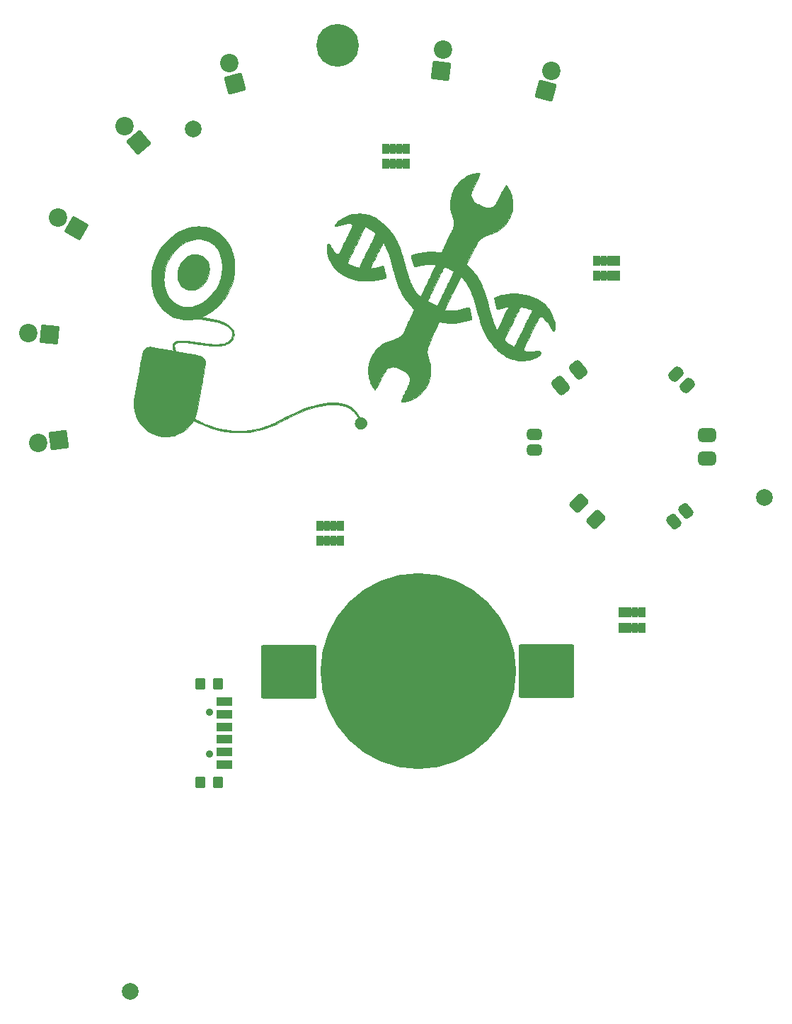
<source format=gbr>
%TF.GenerationSoftware,KiCad,Pcbnew,7.0.2*%
%TF.CreationDate,2023-07-11T20:38:23-05:00*%
%TF.ProjectId,BiohackingPivot,42696f68-6163-46b6-996e-675069766f74,2.0*%
%TF.SameCoordinates,Original*%
%TF.FileFunction,Soldermask,Bot*%
%TF.FilePolarity,Negative*%
%FSLAX46Y46*%
G04 Gerber Fmt 4.6, Leading zero omitted, Abs format (unit mm)*
G04 Created by KiCad (PCBNEW 7.0.2) date 2023-07-11 20:38:23*
%MOMM*%
%LPD*%
G01*
G04 APERTURE LIST*
G04 Aperture macros list*
%AMRoundRect*
0 Rectangle with rounded corners*
0 $1 Rounding radius*
0 $2 $3 $4 $5 $6 $7 $8 $9 X,Y pos of 4 corners*
0 Add a 4 corners polygon primitive as box body*
4,1,4,$2,$3,$4,$5,$6,$7,$8,$9,$2,$3,0*
0 Add four circle primitives for the rounded corners*
1,1,$1+$1,$2,$3*
1,1,$1+$1,$4,$5*
1,1,$1+$1,$6,$7*
1,1,$1+$1,$8,$9*
0 Add four rect primitives between the rounded corners*
20,1,$1+$1,$2,$3,$4,$5,0*
20,1,$1+$1,$4,$5,$6,$7,0*
20,1,$1+$1,$6,$7,$8,$9,0*
20,1,$1+$1,$8,$9,$2,$3,0*%
G04 Aperture macros list end*
%ADD10C,0.010000*%
%ADD11C,5.100000*%
%ADD12RoundRect,0.200000X0.250000X-0.400000X0.250000X0.400000X-0.250000X0.400000X-0.250000X-0.400000X0*%
%ADD13RoundRect,0.200000X0.200000X-0.400000X0.200000X0.400000X-0.200000X0.400000X-0.200000X-0.400000X0*%
%ADD14RoundRect,0.200000X3.100000X-3.000000X3.100000X3.000000X-3.100000X3.000000X-3.100000X-3.000000X0*%
%ADD15C,23.400000*%
%ADD16RoundRect,0.443750X0.494975X0.150260X0.150260X0.494975X-0.494975X-0.150260X-0.150260X-0.494975X0*%
%ADD17RoundRect,0.450000X-0.114476X0.719823X-0.689009X0.237732X0.114476X-0.719823X0.689009X-0.237732X0*%
%ADD18RoundRect,0.443750X-0.456250X0.243750X-0.456250X-0.243750X0.456250X-0.243750X0.456250X0.243750X0*%
%ADD19C,0.900000*%
%ADD20RoundRect,0.200000X0.750000X-0.350000X0.750000X0.350000X-0.750000X0.350000X-0.750000X-0.350000X0*%
%ADD21RoundRect,0.200000X-0.400000X-0.500000X0.400000X-0.500000X0.400000X0.500000X-0.400000X0.500000X0*%
%ADD22RoundRect,0.200000X1.229423X0.329423X-0.329423X1.229423X-1.229423X-0.329423X0.329423X-1.229423X0*%
%ADD23C,2.200000*%
%ADD24C,2.000000*%
%ADD25RoundRect,0.200000X0.636396X-1.102270X1.102270X0.636396X-0.636396X1.102270X-1.102270X-0.636396X0*%
%ADD26RoundRect,0.450000X-0.707107X-0.176777X-0.176777X-0.707107X0.707107X0.176777X0.176777X0.707107X0*%
%ADD27RoundRect,0.200000X0.975015X0.818135X-0.818135X0.975015X-0.975015X-0.818135X0.818135X-0.975015X0*%
%ADD28RoundRect,0.443750X0.106549X-0.506187X0.479995X-0.192828X-0.106549X0.506187X-0.479995X0.192828X0*%
%ADD29RoundRect,0.200000X0.765985X1.016497X-1.016497X0.765985X-0.765985X-1.016497X1.016497X-0.765985X0*%
%ADD30RoundRect,0.200000X0.783609X-1.002974X1.002974X0.783609X-0.783609X1.002974X-1.002974X-0.783609X0*%
%ADD31RoundRect,0.200000X-0.250000X0.400000X-0.250000X-0.400000X0.250000X-0.400000X0.250000X0.400000X0*%
%ADD32RoundRect,0.200000X-0.200000X0.400000X-0.200000X-0.400000X0.200000X-0.400000X0.200000X0.400000X0*%
%ADD33RoundRect,0.200000X1.267949X-0.110931X0.110931X1.267949X-1.267949X0.110931X-0.110931X-1.267949X0*%
%ADD34RoundRect,0.450000X0.625000X-0.375000X0.625000X0.375000X-0.625000X0.375000X-0.625000X-0.375000X0*%
%ADD35RoundRect,0.200000X1.102270X-0.636396X0.636396X1.102270X-1.102270X0.636396X-0.636396X-1.102270X0*%
G04 APERTURE END LIST*
%TO.C,G\u002A\u002A\u002A*%
D10*
X111804418Y-75813435D02*
X112049081Y-75870021D01*
X112276070Y-75964844D01*
X112486468Y-76098325D01*
X112624789Y-76215302D01*
X112796495Y-76396185D01*
X112933785Y-76585576D01*
X113038981Y-76788925D01*
X113114405Y-77011681D01*
X113162376Y-77259294D01*
X113184953Y-77530333D01*
X113182384Y-77825233D01*
X113148871Y-78100443D01*
X113082132Y-78366661D01*
X112979888Y-78634588D01*
X112924407Y-78753049D01*
X112767619Y-79028706D01*
X112582337Y-79279266D01*
X112371861Y-79501830D01*
X112139493Y-79693499D01*
X111888534Y-79851371D01*
X111622284Y-79972548D01*
X111483602Y-80018721D01*
X111323131Y-80055000D01*
X111145094Y-80077363D01*
X110964683Y-80084987D01*
X110797087Y-80077046D01*
X110694290Y-80061527D01*
X110449828Y-79989010D01*
X110223363Y-79878397D01*
X110016624Y-79730670D01*
X109873535Y-79593941D01*
X109749413Y-79448361D01*
X109651246Y-79303183D01*
X109569313Y-79142580D01*
X109516401Y-79012473D01*
X109437426Y-78744692D01*
X109393761Y-78460412D01*
X109385433Y-78166531D01*
X109412470Y-77869944D01*
X109474900Y-77577547D01*
X109510202Y-77462064D01*
X109633242Y-77155086D01*
X109788704Y-76871628D01*
X109974488Y-76614181D01*
X110188495Y-76385234D01*
X110428627Y-76187278D01*
X110692784Y-76022804D01*
X110746904Y-75994850D01*
X110934962Y-75908766D01*
X111106059Y-75849203D01*
X111273283Y-75812860D01*
X111449720Y-75796440D01*
X111541000Y-75794666D01*
X111804418Y-75813435D01*
G36*
X111804418Y-75813435D02*
G01*
X112049081Y-75870021D01*
X112276070Y-75964844D01*
X112486468Y-76098325D01*
X112624789Y-76215302D01*
X112796495Y-76396185D01*
X112933785Y-76585576D01*
X113038981Y-76788925D01*
X113114405Y-77011681D01*
X113162376Y-77259294D01*
X113184953Y-77530333D01*
X113182384Y-77825233D01*
X113148871Y-78100443D01*
X113082132Y-78366661D01*
X112979888Y-78634588D01*
X112924407Y-78753049D01*
X112767619Y-79028706D01*
X112582337Y-79279266D01*
X112371861Y-79501830D01*
X112139493Y-79693499D01*
X111888534Y-79851371D01*
X111622284Y-79972548D01*
X111483602Y-80018721D01*
X111323131Y-80055000D01*
X111145094Y-80077363D01*
X110964683Y-80084987D01*
X110797087Y-80077046D01*
X110694290Y-80061527D01*
X110449828Y-79989010D01*
X110223363Y-79878397D01*
X110016624Y-79730670D01*
X109873535Y-79593941D01*
X109749413Y-79448361D01*
X109651246Y-79303183D01*
X109569313Y-79142580D01*
X109516401Y-79012473D01*
X109437426Y-78744692D01*
X109393761Y-78460412D01*
X109385433Y-78166531D01*
X109412470Y-77869944D01*
X109474900Y-77577547D01*
X109510202Y-77462064D01*
X109633242Y-77155086D01*
X109788704Y-76871628D01*
X109974488Y-76614181D01*
X110188495Y-76385234D01*
X110428627Y-76187278D01*
X110692784Y-76022804D01*
X110746904Y-75994850D01*
X110934962Y-75908766D01*
X111106059Y-75849203D01*
X111273283Y-75812860D01*
X111449720Y-75796440D01*
X111541000Y-75794666D01*
X111804418Y-75813435D01*
G37*
X112314117Y-72483440D02*
X112720902Y-72539807D01*
X113112844Y-72635096D01*
X113492179Y-72769934D01*
X113861148Y-72944948D01*
X114105511Y-73086137D01*
X114439765Y-73318106D01*
X114750375Y-73583731D01*
X115035696Y-73880500D01*
X115294082Y-74205900D01*
X115523885Y-74557418D01*
X115723460Y-74932541D01*
X115891160Y-75328756D01*
X116025340Y-75743550D01*
X116122621Y-76165083D01*
X116166749Y-76452417D01*
X116198171Y-76766067D01*
X116216432Y-77092912D01*
X116221080Y-77419833D01*
X116211661Y-77733710D01*
X116187722Y-78021421D01*
X116186983Y-78027750D01*
X116107736Y-78524972D01*
X115988150Y-79020532D01*
X115830123Y-79509895D01*
X115635551Y-79988524D01*
X115406332Y-80451884D01*
X115144362Y-80895441D01*
X114851540Y-81314659D01*
X114765917Y-81425000D01*
X114682510Y-81524010D01*
X114574477Y-81643217D01*
X114449253Y-81775179D01*
X114314275Y-81912453D01*
X114176981Y-82047595D01*
X114044807Y-82173163D01*
X113925191Y-82281714D01*
X113827000Y-82364665D01*
X113665078Y-82487186D01*
X113480295Y-82615643D01*
X113280489Y-82745406D01*
X113073497Y-82871842D01*
X112867155Y-82990321D01*
X112669302Y-83096212D01*
X112487774Y-83184883D01*
X112330408Y-83251704D01*
X112317892Y-83256416D01*
X112263991Y-83279930D01*
X112234607Y-83299769D01*
X112233225Y-83308037D01*
X112258893Y-83315411D01*
X112319201Y-83327000D01*
X112406811Y-83341562D01*
X112514383Y-83357859D01*
X112599333Y-83369869D01*
X113060272Y-83441342D01*
X113497933Y-83525659D01*
X113909689Y-83622013D01*
X114292911Y-83729597D01*
X114644970Y-83847603D01*
X114963240Y-83975224D01*
X115245091Y-84111651D01*
X115487895Y-84256078D01*
X115491736Y-84258642D01*
X115699951Y-84417651D01*
X115870002Y-84589732D01*
X116001315Y-84773191D01*
X116093315Y-84966333D01*
X116145427Y-85167466D01*
X116157078Y-85374895D01*
X116127692Y-85586925D01*
X116056695Y-85801863D01*
X116033012Y-85854513D01*
X115913454Y-86059488D01*
X115761920Y-86236825D01*
X115578345Y-86386575D01*
X115362661Y-86508791D01*
X115114804Y-86603525D01*
X115062934Y-86618740D01*
X114949882Y-86649269D01*
X114848006Y-86673533D01*
X114750242Y-86692213D01*
X114649528Y-86705989D01*
X114538801Y-86715539D01*
X114410996Y-86721544D01*
X114259052Y-86724683D01*
X114075905Y-86725637D01*
X113954000Y-86725460D01*
X113788859Y-86724458D01*
X113638975Y-86722151D01*
X113498952Y-86718033D01*
X113363395Y-86711601D01*
X113226906Y-86702348D01*
X113084092Y-86689770D01*
X112929555Y-86673363D01*
X112757900Y-86652620D01*
X112563731Y-86627038D01*
X112341652Y-86596110D01*
X112086267Y-86559333D01*
X111922000Y-86535306D01*
X111625117Y-86491818D01*
X111366294Y-86454217D01*
X111141727Y-86422075D01*
X110947617Y-86394963D01*
X110780162Y-86372454D01*
X110635561Y-86354118D01*
X110510013Y-86339529D01*
X110399716Y-86328257D01*
X110300870Y-86319875D01*
X110209674Y-86313954D01*
X110122325Y-86310067D01*
X110035024Y-86307784D01*
X109943969Y-86306679D01*
X109890000Y-86306414D01*
X109737383Y-86307007D01*
X109618801Y-86310246D01*
X109526007Y-86316719D01*
X109450753Y-86327009D01*
X109384790Y-86341702D01*
X109382000Y-86342451D01*
X109238895Y-86391976D01*
X109133782Y-86454710D01*
X109063433Y-86534214D01*
X109024620Y-86634048D01*
X109013999Y-86748416D01*
X109022117Y-86843080D01*
X109043340Y-86950669D01*
X109074571Y-87062889D01*
X109112709Y-87171444D01*
X109154655Y-87268039D01*
X109197309Y-87344379D01*
X109237573Y-87392168D01*
X109258780Y-87403574D01*
X109287669Y-87409154D01*
X109354616Y-87421534D01*
X109456009Y-87440059D01*
X109588233Y-87464077D01*
X109747675Y-87492933D01*
X109930723Y-87525974D01*
X110133761Y-87562547D01*
X110353178Y-87601998D01*
X110585359Y-87643673D01*
X110673166Y-87659416D01*
X110962476Y-87711337D01*
X111213315Y-87756696D01*
X111428890Y-87796370D01*
X111612404Y-87831237D01*
X111767064Y-87862173D01*
X111896072Y-87890056D01*
X112002635Y-87915762D01*
X112089957Y-87940168D01*
X112161243Y-87964153D01*
X112219697Y-87988591D01*
X112268526Y-88014361D01*
X112310932Y-88042340D01*
X112350122Y-88073404D01*
X112389300Y-88108430D01*
X112420275Y-88137517D01*
X112544414Y-88283971D01*
X112614749Y-88405022D01*
X112633715Y-88442597D01*
X112650852Y-88476671D01*
X112665892Y-88509410D01*
X112678570Y-88542977D01*
X112688620Y-88579539D01*
X112695774Y-88621259D01*
X112699766Y-88670301D01*
X112700330Y-88728832D01*
X112697200Y-88799014D01*
X112690109Y-88883013D01*
X112678790Y-88982994D01*
X112662978Y-89101120D01*
X112642405Y-89239558D01*
X112616806Y-89400470D01*
X112585914Y-89586023D01*
X112549462Y-89798380D01*
X112507184Y-90039706D01*
X112458814Y-90312167D01*
X112404085Y-90617925D01*
X112342731Y-90959147D01*
X112274486Y-91337996D01*
X112209023Y-91701416D01*
X112147832Y-92041143D01*
X112088299Y-92371390D01*
X112030898Y-92689544D01*
X111976102Y-92992992D01*
X111924386Y-93279119D01*
X111876222Y-93545314D01*
X111832085Y-93788961D01*
X111792447Y-94007449D01*
X111757782Y-94198163D01*
X111728564Y-94358489D01*
X111705267Y-94485816D01*
X111688363Y-94577529D01*
X111678327Y-94631014D01*
X111676661Y-94639539D01*
X111656434Y-94719622D01*
X111623534Y-94826520D01*
X111581973Y-94948141D01*
X111535762Y-95072392D01*
X111519064Y-95114680D01*
X111465423Y-95252821D01*
X111430390Y-95353997D01*
X111413679Y-95419126D01*
X111415007Y-95449128D01*
X111415079Y-95449217D01*
X111441760Y-95467803D01*
X111501094Y-95501351D01*
X111587322Y-95547028D01*
X111694687Y-95602004D01*
X111817428Y-95663449D01*
X111949786Y-95728531D01*
X112086003Y-95794419D01*
X112220320Y-95858282D01*
X112346977Y-95917289D01*
X112460215Y-95968610D01*
X112554275Y-96009412D01*
X112557000Y-96010553D01*
X113170670Y-96249656D01*
X113776191Y-96450046D01*
X114378895Y-96613138D01*
X114984114Y-96740349D01*
X115597179Y-96833095D01*
X115700250Y-96845273D01*
X115866211Y-96860664D01*
X116063881Y-96873379D01*
X116283322Y-96883226D01*
X116514595Y-96890014D01*
X116747764Y-96893554D01*
X116972889Y-96893653D01*
X117180033Y-96890122D01*
X117359259Y-96882770D01*
X117425333Y-96878381D01*
X118001406Y-96819753D01*
X118554018Y-96733020D01*
X119092963Y-96616268D01*
X119628035Y-96467587D01*
X119785416Y-96417725D01*
X120093965Y-96312555D01*
X120392215Y-96200619D01*
X120688348Y-96078327D01*
X120990546Y-95942091D01*
X121306990Y-95788323D01*
X121645861Y-95613433D01*
X121770049Y-95547228D01*
X122385997Y-95224323D01*
X122975331Y-94931686D01*
X123540202Y-94668524D01*
X124082758Y-94434042D01*
X124605149Y-94227447D01*
X125109524Y-94047945D01*
X125598032Y-93894742D01*
X126072823Y-93767045D01*
X126536045Y-93664059D01*
X126989848Y-93584992D01*
X127140833Y-93563622D01*
X127416421Y-93534960D01*
X127709575Y-93518993D01*
X128009159Y-93515566D01*
X128304035Y-93524522D01*
X128583065Y-93545706D01*
X128835111Y-93578960D01*
X128887083Y-93588112D01*
X129259646Y-93676298D01*
X129608624Y-93797819D01*
X129932726Y-93951794D01*
X130230664Y-94137343D01*
X130501145Y-94353586D01*
X130742881Y-94599642D01*
X130954580Y-94874631D01*
X131087111Y-95089028D01*
X131187569Y-95268000D01*
X131328492Y-95268016D01*
X131483066Y-95288422D01*
X131630266Y-95346490D01*
X131763149Y-95437551D01*
X131874769Y-95556935D01*
X131952637Y-95687614D01*
X131989307Y-95808128D01*
X132002293Y-95947858D01*
X131991932Y-96091165D01*
X131958565Y-96222408D01*
X131940117Y-96265469D01*
X131849896Y-96406557D01*
X131736801Y-96516676D01*
X131606512Y-96595820D01*
X131464710Y-96643981D01*
X131317074Y-96661152D01*
X131169284Y-96647325D01*
X131027023Y-96602492D01*
X130895968Y-96526647D01*
X130781802Y-96419782D01*
X130690205Y-96281889D01*
X130682854Y-96267116D01*
X130640747Y-96142685D01*
X130621652Y-96000770D01*
X130625924Y-95856936D01*
X130653918Y-95726745D01*
X130669633Y-95686735D01*
X130708259Y-95618766D01*
X130763082Y-95543081D01*
X130825376Y-95469668D01*
X130886417Y-95408515D01*
X130937479Y-95369610D01*
X130952739Y-95362644D01*
X130973739Y-95352999D01*
X130978719Y-95335549D01*
X130966389Y-95300306D01*
X130936948Y-95240215D01*
X130835913Y-95065300D01*
X130708588Y-94883654D01*
X130565377Y-94709661D01*
X130509031Y-94648620D01*
X130261503Y-94419980D01*
X129986737Y-94223525D01*
X129685094Y-94059338D01*
X129356935Y-93927504D01*
X129002622Y-93828108D01*
X128622515Y-93761233D01*
X128216975Y-93726964D01*
X127786363Y-93725386D01*
X127331041Y-93756583D01*
X126918583Y-93809906D01*
X126432490Y-93900318D01*
X125922437Y-94023770D01*
X125390116Y-94179626D01*
X124837218Y-94367249D01*
X124265436Y-94586003D01*
X123676461Y-94835253D01*
X123071985Y-95114361D01*
X122453699Y-95422691D01*
X122018500Y-95652910D01*
X121701517Y-95822167D01*
X121413771Y-95970675D01*
X121149273Y-96101160D01*
X120902030Y-96216349D01*
X120666055Y-96318970D01*
X120435355Y-96411749D01*
X120203942Y-96497414D01*
X120036763Y-96555130D01*
X119501258Y-96720469D01*
X118967021Y-96855494D01*
X118423163Y-96962523D01*
X117858792Y-97043876D01*
X117615833Y-97070662D01*
X117487950Y-97080442D01*
X117326602Y-97087932D01*
X117140597Y-97093132D01*
X116938742Y-97096044D01*
X116729843Y-97096666D01*
X116522707Y-97095001D01*
X116326142Y-97091047D01*
X116148954Y-97084805D01*
X115999950Y-97076276D01*
X115933083Y-97070598D01*
X115256604Y-96986779D01*
X114605421Y-96871453D01*
X113975232Y-96723379D01*
X113361735Y-96541319D01*
X112760628Y-96324033D01*
X112167611Y-96070280D01*
X111738174Y-95861725D01*
X111289766Y-95633100D01*
X111210436Y-95762758D01*
X111066788Y-95974864D01*
X110893598Y-96193434D01*
X110700241Y-96408424D01*
X110496095Y-96609790D01*
X110290536Y-96787488D01*
X110165166Y-96882314D01*
X110013630Y-96981253D01*
X109834209Y-97084439D01*
X109639938Y-97185325D01*
X109443855Y-97277363D01*
X109258995Y-97354005D01*
X109146596Y-97393908D01*
X108955408Y-97452055D01*
X108780648Y-97495919D01*
X108610318Y-97527356D01*
X108432417Y-97548218D01*
X108234948Y-97560362D01*
X108037916Y-97565278D01*
X107903165Y-97566497D01*
X107778394Y-97566665D01*
X107671502Y-97565846D01*
X107590390Y-97564105D01*
X107542956Y-97561506D01*
X107540500Y-97561218D01*
X107490642Y-97553331D01*
X107410597Y-97539017D01*
X107311647Y-97520352D01*
X107211181Y-97500634D01*
X106834635Y-97404126D01*
X106473136Y-97269497D01*
X106129079Y-97099027D01*
X105804862Y-96894995D01*
X105502879Y-96659679D01*
X105225527Y-96395360D01*
X104975203Y-96104314D01*
X104754302Y-95788822D01*
X104565221Y-95451163D01*
X104410356Y-95093615D01*
X104294148Y-94726326D01*
X104248839Y-94533744D01*
X104215366Y-94344307D01*
X104192398Y-94146671D01*
X104178605Y-93929491D01*
X104172750Y-93691083D01*
X104168653Y-93288916D01*
X104678923Y-90463166D01*
X104740898Y-90120709D01*
X104801362Y-89788061D01*
X104859837Y-89467781D01*
X104915844Y-89162426D01*
X104968906Y-88874554D01*
X105018546Y-88606723D01*
X105064284Y-88361492D01*
X105105644Y-88141418D01*
X105142147Y-87949059D01*
X105173315Y-87786973D01*
X105198672Y-87657718D01*
X105217738Y-87563852D01*
X105230037Y-87507933D01*
X105233266Y-87495733D01*
X105308635Y-87321833D01*
X105417018Y-87169914D01*
X105553178Y-87043822D01*
X105711878Y-86947401D01*
X105887883Y-86884496D01*
X106075954Y-86858952D01*
X106101166Y-86858575D01*
X106151870Y-86862535D01*
X106241826Y-86874209D01*
X106368732Y-86893218D01*
X106530288Y-86919178D01*
X106724195Y-86951709D01*
X106948150Y-86990428D01*
X107199854Y-87034955D01*
X107477006Y-87084908D01*
X107591024Y-87105691D01*
X107824355Y-87148205D01*
X108045190Y-87188159D01*
X108250043Y-87224941D01*
X108435428Y-87257939D01*
X108597860Y-87286541D01*
X108733854Y-87310134D01*
X108839923Y-87328106D01*
X108912582Y-87339845D01*
X108948345Y-87344737D01*
X108951514Y-87344707D01*
X108948603Y-87322364D01*
X108932186Y-87274144D01*
X108917180Y-87237227D01*
X108854480Y-87058947D01*
X108818969Y-86884161D01*
X108811214Y-86720295D01*
X108831779Y-86574776D01*
X108860598Y-86493551D01*
X108924518Y-86389407D01*
X109012528Y-86301992D01*
X109126288Y-86231072D01*
X109267457Y-86176413D01*
X109437694Y-86137780D01*
X109638657Y-86114940D01*
X109872007Y-86107657D01*
X110139402Y-86115697D01*
X110442502Y-86138826D01*
X110782965Y-86176810D01*
X110948333Y-86198621D01*
X111063176Y-86214598D01*
X111211210Y-86235490D01*
X111383744Y-86260053D01*
X111572084Y-86287043D01*
X111767539Y-86315217D01*
X111961417Y-86343333D01*
X112038416Y-86354552D01*
X112317590Y-86394865D01*
X112560583Y-86428850D01*
X112772993Y-86457029D01*
X112960414Y-86479923D01*
X113128443Y-86498054D01*
X113282675Y-86511943D01*
X113428707Y-86522112D01*
X113572133Y-86529081D01*
X113718550Y-86533372D01*
X113873554Y-86535507D01*
X113985750Y-86535992D01*
X114240513Y-86533500D01*
X114459808Y-86524528D01*
X114650153Y-86508010D01*
X114818065Y-86482880D01*
X114970062Y-86448071D01*
X115112662Y-86402518D01*
X115252381Y-86345154D01*
X115306055Y-86320047D01*
X115475507Y-86218124D01*
X115625662Y-86087935D01*
X115752730Y-85935687D01*
X115852922Y-85767591D01*
X115922450Y-85589854D01*
X115957525Y-85408685D01*
X115957074Y-85253180D01*
X115920134Y-85071821D01*
X115847094Y-84901484D01*
X115736861Y-84740952D01*
X115588340Y-84589013D01*
X115400438Y-84444452D01*
X115172061Y-84306054D01*
X115044083Y-84239642D01*
X114730293Y-84100000D01*
X114375977Y-83971523D01*
X113981463Y-83854294D01*
X113547083Y-83748396D01*
X113073166Y-83653912D01*
X112560043Y-83570926D01*
X112197166Y-83522133D01*
X112038439Y-83502822D01*
X111913400Y-83489230D01*
X111813802Y-83481299D01*
X111731394Y-83478974D01*
X111657929Y-83482195D01*
X111585159Y-83490906D01*
X111504833Y-83505049D01*
X111445750Y-83516904D01*
X111034457Y-83580881D01*
X110621875Y-83604994D01*
X110211497Y-83589883D01*
X109806816Y-83536185D01*
X109411328Y-83444541D01*
X109028525Y-83315588D01*
X108661902Y-83149964D01*
X108314953Y-82948310D01*
X108307063Y-82943142D01*
X107964916Y-82693429D01*
X107650876Y-82412875D01*
X107366015Y-82103213D01*
X107111404Y-81766178D01*
X106888115Y-81403505D01*
X106697220Y-81016927D01*
X106539789Y-80608180D01*
X106416895Y-80178997D01*
X106331962Y-79746502D01*
X106307537Y-79553273D01*
X106288409Y-79330566D01*
X106275132Y-79090969D01*
X106268261Y-78847070D01*
X106268272Y-78815351D01*
X107757258Y-78815351D01*
X107772466Y-79181031D01*
X107813624Y-79533592D01*
X107880506Y-79865135D01*
X107935748Y-80059650D01*
X108066021Y-80404832D01*
X108226109Y-80722375D01*
X108414631Y-81011002D01*
X108630208Y-81269432D01*
X108871461Y-81496388D01*
X109137010Y-81690591D01*
X109425475Y-81850761D01*
X109735477Y-81975620D01*
X110065636Y-82063888D01*
X110106637Y-82071979D01*
X110228195Y-82087690D01*
X110380501Y-82096102D01*
X110552671Y-82097586D01*
X110733820Y-82092515D01*
X110913065Y-82081263D01*
X111079521Y-82064200D01*
X111222304Y-82041701D01*
X111265994Y-82032299D01*
X111638814Y-81922913D01*
X112002278Y-81773550D01*
X112354063Y-81585978D01*
X112691845Y-81361965D01*
X113013304Y-81103281D01*
X113316116Y-80811692D01*
X113597957Y-80488967D01*
X113856507Y-80136874D01*
X113954474Y-79985666D01*
X114032197Y-79853793D01*
X114118785Y-79694615D01*
X114208104Y-79520415D01*
X114294022Y-79343476D01*
X114370405Y-79176080D01*
X114430085Y-79033166D01*
X114486360Y-78873479D01*
X114542995Y-78684743D01*
X114596720Y-78480086D01*
X114644263Y-78272635D01*
X114682350Y-78075519D01*
X114703588Y-77935849D01*
X114730561Y-77636768D01*
X114738256Y-77320594D01*
X114727291Y-76999628D01*
X114698285Y-76686171D01*
X114651854Y-76392522D01*
X114618443Y-76241195D01*
X114513034Y-75891695D01*
X114376749Y-75566029D01*
X114211631Y-75265777D01*
X114019722Y-74992519D01*
X113803066Y-74747838D01*
X113563705Y-74533312D01*
X113303683Y-74350524D01*
X113025043Y-74201053D01*
X112729827Y-74086479D01*
X112420078Y-74008385D01*
X112097840Y-73968349D01*
X111765155Y-73967954D01*
X111687615Y-73973615D01*
X111355764Y-74016411D01*
X111043466Y-74086867D01*
X110742977Y-74187757D01*
X110446556Y-74321850D01*
X110146459Y-74491919D01*
X110028529Y-74567424D01*
X109653268Y-74839732D01*
X109307977Y-75141370D01*
X108993806Y-75470661D01*
X108711902Y-75825929D01*
X108463415Y-76205497D01*
X108249494Y-76607689D01*
X108071286Y-77030827D01*
X107929941Y-77473236D01*
X107869558Y-77718605D01*
X107805580Y-78076238D01*
X107768221Y-78444453D01*
X107757258Y-78815351D01*
X106268272Y-78815351D01*
X106268348Y-78611459D01*
X106274081Y-78431654D01*
X106320274Y-77920573D01*
X106407222Y-77415991D01*
X106533591Y-76920520D01*
X106698043Y-76436772D01*
X106899242Y-75967359D01*
X107135854Y-75514891D01*
X107406541Y-75081982D01*
X107709967Y-74671242D01*
X108044798Y-74285283D01*
X108409696Y-73926717D01*
X108708942Y-73672027D01*
X109105783Y-73377208D01*
X109505556Y-73124310D01*
X109909224Y-72912969D01*
X110317751Y-72742818D01*
X110732102Y-72613493D01*
X111153241Y-72524627D01*
X111582130Y-72475855D01*
X111890250Y-72465368D01*
X112314117Y-72483440D01*
G36*
X112314117Y-72483440D02*
G01*
X112720902Y-72539807D01*
X113112844Y-72635096D01*
X113492179Y-72769934D01*
X113861148Y-72944948D01*
X114105511Y-73086137D01*
X114439765Y-73318106D01*
X114750375Y-73583731D01*
X115035696Y-73880500D01*
X115294082Y-74205900D01*
X115523885Y-74557418D01*
X115723460Y-74932541D01*
X115891160Y-75328756D01*
X116025340Y-75743550D01*
X116122621Y-76165083D01*
X116166749Y-76452417D01*
X116198171Y-76766067D01*
X116216432Y-77092912D01*
X116221080Y-77419833D01*
X116211661Y-77733710D01*
X116187722Y-78021421D01*
X116186983Y-78027750D01*
X116107736Y-78524972D01*
X115988150Y-79020532D01*
X115830123Y-79509895D01*
X115635551Y-79988524D01*
X115406332Y-80451884D01*
X115144362Y-80895441D01*
X114851540Y-81314659D01*
X114765917Y-81425000D01*
X114682510Y-81524010D01*
X114574477Y-81643217D01*
X114449253Y-81775179D01*
X114314275Y-81912453D01*
X114176981Y-82047595D01*
X114044807Y-82173163D01*
X113925191Y-82281714D01*
X113827000Y-82364665D01*
X113665078Y-82487186D01*
X113480295Y-82615643D01*
X113280489Y-82745406D01*
X113073497Y-82871842D01*
X112867155Y-82990321D01*
X112669302Y-83096212D01*
X112487774Y-83184883D01*
X112330408Y-83251704D01*
X112317892Y-83256416D01*
X112263991Y-83279930D01*
X112234607Y-83299769D01*
X112233225Y-83308037D01*
X112258893Y-83315411D01*
X112319201Y-83327000D01*
X112406811Y-83341562D01*
X112514383Y-83357859D01*
X112599333Y-83369869D01*
X113060272Y-83441342D01*
X113497933Y-83525659D01*
X113909689Y-83622013D01*
X114292911Y-83729597D01*
X114644970Y-83847603D01*
X114963240Y-83975224D01*
X115245091Y-84111651D01*
X115487895Y-84256078D01*
X115491736Y-84258642D01*
X115699951Y-84417651D01*
X115870002Y-84589732D01*
X116001315Y-84773191D01*
X116093315Y-84966333D01*
X116145427Y-85167466D01*
X116157078Y-85374895D01*
X116127692Y-85586925D01*
X116056695Y-85801863D01*
X116033012Y-85854513D01*
X115913454Y-86059488D01*
X115761920Y-86236825D01*
X115578345Y-86386575D01*
X115362661Y-86508791D01*
X115114804Y-86603525D01*
X115062934Y-86618740D01*
X114949882Y-86649269D01*
X114848006Y-86673533D01*
X114750242Y-86692213D01*
X114649528Y-86705989D01*
X114538801Y-86715539D01*
X114410996Y-86721544D01*
X114259052Y-86724683D01*
X114075905Y-86725637D01*
X113954000Y-86725460D01*
X113788859Y-86724458D01*
X113638975Y-86722151D01*
X113498952Y-86718033D01*
X113363395Y-86711601D01*
X113226906Y-86702348D01*
X113084092Y-86689770D01*
X112929555Y-86673363D01*
X112757900Y-86652620D01*
X112563731Y-86627038D01*
X112341652Y-86596110D01*
X112086267Y-86559333D01*
X111922000Y-86535306D01*
X111625117Y-86491818D01*
X111366294Y-86454217D01*
X111141727Y-86422075D01*
X110947617Y-86394963D01*
X110780162Y-86372454D01*
X110635561Y-86354118D01*
X110510013Y-86339529D01*
X110399716Y-86328257D01*
X110300870Y-86319875D01*
X110209674Y-86313954D01*
X110122325Y-86310067D01*
X110035024Y-86307784D01*
X109943969Y-86306679D01*
X109890000Y-86306414D01*
X109737383Y-86307007D01*
X109618801Y-86310246D01*
X109526007Y-86316719D01*
X109450753Y-86327009D01*
X109384790Y-86341702D01*
X109382000Y-86342451D01*
X109238895Y-86391976D01*
X109133782Y-86454710D01*
X109063433Y-86534214D01*
X109024620Y-86634048D01*
X109013999Y-86748416D01*
X109022117Y-86843080D01*
X109043340Y-86950669D01*
X109074571Y-87062889D01*
X109112709Y-87171444D01*
X109154655Y-87268039D01*
X109197309Y-87344379D01*
X109237573Y-87392168D01*
X109258780Y-87403574D01*
X109287669Y-87409154D01*
X109354616Y-87421534D01*
X109456009Y-87440059D01*
X109588233Y-87464077D01*
X109747675Y-87492933D01*
X109930723Y-87525974D01*
X110133761Y-87562547D01*
X110353178Y-87601998D01*
X110585359Y-87643673D01*
X110673166Y-87659416D01*
X110962476Y-87711337D01*
X111213315Y-87756696D01*
X111428890Y-87796370D01*
X111612404Y-87831237D01*
X111767064Y-87862173D01*
X111896072Y-87890056D01*
X112002635Y-87915762D01*
X112089957Y-87940168D01*
X112161243Y-87964153D01*
X112219697Y-87988591D01*
X112268526Y-88014361D01*
X112310932Y-88042340D01*
X112350122Y-88073404D01*
X112389300Y-88108430D01*
X112420275Y-88137517D01*
X112544414Y-88283971D01*
X112614749Y-88405022D01*
X112633715Y-88442597D01*
X112650852Y-88476671D01*
X112665892Y-88509410D01*
X112678570Y-88542977D01*
X112688620Y-88579539D01*
X112695774Y-88621259D01*
X112699766Y-88670301D01*
X112700330Y-88728832D01*
X112697200Y-88799014D01*
X112690109Y-88883013D01*
X112678790Y-88982994D01*
X112662978Y-89101120D01*
X112642405Y-89239558D01*
X112616806Y-89400470D01*
X112585914Y-89586023D01*
X112549462Y-89798380D01*
X112507184Y-90039706D01*
X112458814Y-90312167D01*
X112404085Y-90617925D01*
X112342731Y-90959147D01*
X112274486Y-91337996D01*
X112209023Y-91701416D01*
X112147832Y-92041143D01*
X112088299Y-92371390D01*
X112030898Y-92689544D01*
X111976102Y-92992992D01*
X111924386Y-93279119D01*
X111876222Y-93545314D01*
X111832085Y-93788961D01*
X111792447Y-94007449D01*
X111757782Y-94198163D01*
X111728564Y-94358489D01*
X111705267Y-94485816D01*
X111688363Y-94577529D01*
X111678327Y-94631014D01*
X111676661Y-94639539D01*
X111656434Y-94719622D01*
X111623534Y-94826520D01*
X111581973Y-94948141D01*
X111535762Y-95072392D01*
X111519064Y-95114680D01*
X111465423Y-95252821D01*
X111430390Y-95353997D01*
X111413679Y-95419126D01*
X111415007Y-95449128D01*
X111415079Y-95449217D01*
X111441760Y-95467803D01*
X111501094Y-95501351D01*
X111587322Y-95547028D01*
X111694687Y-95602004D01*
X111817428Y-95663449D01*
X111949786Y-95728531D01*
X112086003Y-95794419D01*
X112220320Y-95858282D01*
X112346977Y-95917289D01*
X112460215Y-95968610D01*
X112554275Y-96009412D01*
X112557000Y-96010553D01*
X113170670Y-96249656D01*
X113776191Y-96450046D01*
X114378895Y-96613138D01*
X114984114Y-96740349D01*
X115597179Y-96833095D01*
X115700250Y-96845273D01*
X115866211Y-96860664D01*
X116063881Y-96873379D01*
X116283322Y-96883226D01*
X116514595Y-96890014D01*
X116747764Y-96893554D01*
X116972889Y-96893653D01*
X117180033Y-96890122D01*
X117359259Y-96882770D01*
X117425333Y-96878381D01*
X118001406Y-96819753D01*
X118554018Y-96733020D01*
X119092963Y-96616268D01*
X119628035Y-96467587D01*
X119785416Y-96417725D01*
X120093965Y-96312555D01*
X120392215Y-96200619D01*
X120688348Y-96078327D01*
X120990546Y-95942091D01*
X121306990Y-95788323D01*
X121645861Y-95613433D01*
X121770049Y-95547228D01*
X122385997Y-95224323D01*
X122975331Y-94931686D01*
X123540202Y-94668524D01*
X124082758Y-94434042D01*
X124605149Y-94227447D01*
X125109524Y-94047945D01*
X125598032Y-93894742D01*
X126072823Y-93767045D01*
X126536045Y-93664059D01*
X126989848Y-93584992D01*
X127140833Y-93563622D01*
X127416421Y-93534960D01*
X127709575Y-93518993D01*
X128009159Y-93515566D01*
X128304035Y-93524522D01*
X128583065Y-93545706D01*
X128835111Y-93578960D01*
X128887083Y-93588112D01*
X129259646Y-93676298D01*
X129608624Y-93797819D01*
X129932726Y-93951794D01*
X130230664Y-94137343D01*
X130501145Y-94353586D01*
X130742881Y-94599642D01*
X130954580Y-94874631D01*
X131087111Y-95089028D01*
X131187569Y-95268000D01*
X131328492Y-95268016D01*
X131483066Y-95288422D01*
X131630266Y-95346490D01*
X131763149Y-95437551D01*
X131874769Y-95556935D01*
X131952637Y-95687614D01*
X131989307Y-95808128D01*
X132002293Y-95947858D01*
X131991932Y-96091165D01*
X131958565Y-96222408D01*
X131940117Y-96265469D01*
X131849896Y-96406557D01*
X131736801Y-96516676D01*
X131606512Y-96595820D01*
X131464710Y-96643981D01*
X131317074Y-96661152D01*
X131169284Y-96647325D01*
X131027023Y-96602492D01*
X130895968Y-96526647D01*
X130781802Y-96419782D01*
X130690205Y-96281889D01*
X130682854Y-96267116D01*
X130640747Y-96142685D01*
X130621652Y-96000770D01*
X130625924Y-95856936D01*
X130653918Y-95726745D01*
X130669633Y-95686735D01*
X130708259Y-95618766D01*
X130763082Y-95543081D01*
X130825376Y-95469668D01*
X130886417Y-95408515D01*
X130937479Y-95369610D01*
X130952739Y-95362644D01*
X130973739Y-95352999D01*
X130978719Y-95335549D01*
X130966389Y-95300306D01*
X130936948Y-95240215D01*
X130835913Y-95065300D01*
X130708588Y-94883654D01*
X130565377Y-94709661D01*
X130509031Y-94648620D01*
X130261503Y-94419980D01*
X129986737Y-94223525D01*
X129685094Y-94059338D01*
X129356935Y-93927504D01*
X129002622Y-93828108D01*
X128622515Y-93761233D01*
X128216975Y-93726964D01*
X127786363Y-93725386D01*
X127331041Y-93756583D01*
X126918583Y-93809906D01*
X126432490Y-93900318D01*
X125922437Y-94023770D01*
X125390116Y-94179626D01*
X124837218Y-94367249D01*
X124265436Y-94586003D01*
X123676461Y-94835253D01*
X123071985Y-95114361D01*
X122453699Y-95422691D01*
X122018500Y-95652910D01*
X121701517Y-95822167D01*
X121413771Y-95970675D01*
X121149273Y-96101160D01*
X120902030Y-96216349D01*
X120666055Y-96318970D01*
X120435355Y-96411749D01*
X120203942Y-96497414D01*
X120036763Y-96555130D01*
X119501258Y-96720469D01*
X118967021Y-96855494D01*
X118423163Y-96962523D01*
X117858792Y-97043876D01*
X117615833Y-97070662D01*
X117487950Y-97080442D01*
X117326602Y-97087932D01*
X117140597Y-97093132D01*
X116938742Y-97096044D01*
X116729843Y-97096666D01*
X116522707Y-97095001D01*
X116326142Y-97091047D01*
X116148954Y-97084805D01*
X115999950Y-97076276D01*
X115933083Y-97070598D01*
X115256604Y-96986779D01*
X114605421Y-96871453D01*
X113975232Y-96723379D01*
X113361735Y-96541319D01*
X112760628Y-96324033D01*
X112167611Y-96070280D01*
X111738174Y-95861725D01*
X111289766Y-95633100D01*
X111210436Y-95762758D01*
X111066788Y-95974864D01*
X110893598Y-96193434D01*
X110700241Y-96408424D01*
X110496095Y-96609790D01*
X110290536Y-96787488D01*
X110165166Y-96882314D01*
X110013630Y-96981253D01*
X109834209Y-97084439D01*
X109639938Y-97185325D01*
X109443855Y-97277363D01*
X109258995Y-97354005D01*
X109146596Y-97393908D01*
X108955408Y-97452055D01*
X108780648Y-97495919D01*
X108610318Y-97527356D01*
X108432417Y-97548218D01*
X108234948Y-97560362D01*
X108037916Y-97565278D01*
X107903165Y-97566497D01*
X107778394Y-97566665D01*
X107671502Y-97565846D01*
X107590390Y-97564105D01*
X107542956Y-97561506D01*
X107540500Y-97561218D01*
X107490642Y-97553331D01*
X107410597Y-97539017D01*
X107311647Y-97520352D01*
X107211181Y-97500634D01*
X106834635Y-97404126D01*
X106473136Y-97269497D01*
X106129079Y-97099027D01*
X105804862Y-96894995D01*
X105502879Y-96659679D01*
X105225527Y-96395360D01*
X104975203Y-96104314D01*
X104754302Y-95788822D01*
X104565221Y-95451163D01*
X104410356Y-95093615D01*
X104294148Y-94726326D01*
X104248839Y-94533744D01*
X104215366Y-94344307D01*
X104192398Y-94146671D01*
X104178605Y-93929491D01*
X104172750Y-93691083D01*
X104168653Y-93288916D01*
X104678923Y-90463166D01*
X104740898Y-90120709D01*
X104801362Y-89788061D01*
X104859837Y-89467781D01*
X104915844Y-89162426D01*
X104968906Y-88874554D01*
X105018546Y-88606723D01*
X105064284Y-88361492D01*
X105105644Y-88141418D01*
X105142147Y-87949059D01*
X105173315Y-87786973D01*
X105198672Y-87657718D01*
X105217738Y-87563852D01*
X105230037Y-87507933D01*
X105233266Y-87495733D01*
X105308635Y-87321833D01*
X105417018Y-87169914D01*
X105553178Y-87043822D01*
X105711878Y-86947401D01*
X105887883Y-86884496D01*
X106075954Y-86858952D01*
X106101166Y-86858575D01*
X106151870Y-86862535D01*
X106241826Y-86874209D01*
X106368732Y-86893218D01*
X106530288Y-86919178D01*
X106724195Y-86951709D01*
X106948150Y-86990428D01*
X107199854Y-87034955D01*
X107477006Y-87084908D01*
X107591024Y-87105691D01*
X107824355Y-87148205D01*
X108045190Y-87188159D01*
X108250043Y-87224941D01*
X108435428Y-87257939D01*
X108597860Y-87286541D01*
X108733854Y-87310134D01*
X108839923Y-87328106D01*
X108912582Y-87339845D01*
X108948345Y-87344737D01*
X108951514Y-87344707D01*
X108948603Y-87322364D01*
X108932186Y-87274144D01*
X108917180Y-87237227D01*
X108854480Y-87058947D01*
X108818969Y-86884161D01*
X108811214Y-86720295D01*
X108831779Y-86574776D01*
X108860598Y-86493551D01*
X108924518Y-86389407D01*
X109012528Y-86301992D01*
X109126288Y-86231072D01*
X109267457Y-86176413D01*
X109437694Y-86137780D01*
X109638657Y-86114940D01*
X109872007Y-86107657D01*
X110139402Y-86115697D01*
X110442502Y-86138826D01*
X110782965Y-86176810D01*
X110948333Y-86198621D01*
X111063176Y-86214598D01*
X111211210Y-86235490D01*
X111383744Y-86260053D01*
X111572084Y-86287043D01*
X111767539Y-86315217D01*
X111961417Y-86343333D01*
X112038416Y-86354552D01*
X112317590Y-86394865D01*
X112560583Y-86428850D01*
X112772993Y-86457029D01*
X112960414Y-86479923D01*
X113128443Y-86498054D01*
X113282675Y-86511943D01*
X113428707Y-86522112D01*
X113572133Y-86529081D01*
X113718550Y-86533372D01*
X113873554Y-86535507D01*
X113985750Y-86535992D01*
X114240513Y-86533500D01*
X114459808Y-86524528D01*
X114650153Y-86508010D01*
X114818065Y-86482880D01*
X114970062Y-86448071D01*
X115112662Y-86402518D01*
X115252381Y-86345154D01*
X115306055Y-86320047D01*
X115475507Y-86218124D01*
X115625662Y-86087935D01*
X115752730Y-85935687D01*
X115852922Y-85767591D01*
X115922450Y-85589854D01*
X115957525Y-85408685D01*
X115957074Y-85253180D01*
X115920134Y-85071821D01*
X115847094Y-84901484D01*
X115736861Y-84740952D01*
X115588340Y-84589013D01*
X115400438Y-84444452D01*
X115172061Y-84306054D01*
X115044083Y-84239642D01*
X114730293Y-84100000D01*
X114375977Y-83971523D01*
X113981463Y-83854294D01*
X113547083Y-83748396D01*
X113073166Y-83653912D01*
X112560043Y-83570926D01*
X112197166Y-83522133D01*
X112038439Y-83502822D01*
X111913400Y-83489230D01*
X111813802Y-83481299D01*
X111731394Y-83478974D01*
X111657929Y-83482195D01*
X111585159Y-83490906D01*
X111504833Y-83505049D01*
X111445750Y-83516904D01*
X111034457Y-83580881D01*
X110621875Y-83604994D01*
X110211497Y-83589883D01*
X109806816Y-83536185D01*
X109411328Y-83444541D01*
X109028525Y-83315588D01*
X108661902Y-83149964D01*
X108314953Y-82948310D01*
X108307063Y-82943142D01*
X107964916Y-82693429D01*
X107650876Y-82412875D01*
X107366015Y-82103213D01*
X107111404Y-81766178D01*
X106888115Y-81403505D01*
X106697220Y-81016927D01*
X106539789Y-80608180D01*
X106416895Y-80178997D01*
X106331962Y-79746502D01*
X106307537Y-79553273D01*
X106288409Y-79330566D01*
X106275132Y-79090969D01*
X106268261Y-78847070D01*
X106268272Y-78815351D01*
X107757258Y-78815351D01*
X107772466Y-79181031D01*
X107813624Y-79533592D01*
X107880506Y-79865135D01*
X107935748Y-80059650D01*
X108066021Y-80404832D01*
X108226109Y-80722375D01*
X108414631Y-81011002D01*
X108630208Y-81269432D01*
X108871461Y-81496388D01*
X109137010Y-81690591D01*
X109425475Y-81850761D01*
X109735477Y-81975620D01*
X110065636Y-82063888D01*
X110106637Y-82071979D01*
X110228195Y-82087690D01*
X110380501Y-82096102D01*
X110552671Y-82097586D01*
X110733820Y-82092515D01*
X110913065Y-82081263D01*
X111079521Y-82064200D01*
X111222304Y-82041701D01*
X111265994Y-82032299D01*
X111638814Y-81922913D01*
X112002278Y-81773550D01*
X112354063Y-81585978D01*
X112691845Y-81361965D01*
X113013304Y-81103281D01*
X113316116Y-80811692D01*
X113597957Y-80488967D01*
X113856507Y-80136874D01*
X113954474Y-79985666D01*
X114032197Y-79853793D01*
X114118785Y-79694615D01*
X114208104Y-79520415D01*
X114294022Y-79343476D01*
X114370405Y-79176080D01*
X114430085Y-79033166D01*
X114486360Y-78873479D01*
X114542995Y-78684743D01*
X114596720Y-78480086D01*
X114644263Y-78272635D01*
X114682350Y-78075519D01*
X114703588Y-77935849D01*
X114730561Y-77636768D01*
X114738256Y-77320594D01*
X114727291Y-76999628D01*
X114698285Y-76686171D01*
X114651854Y-76392522D01*
X114618443Y-76241195D01*
X114513034Y-75891695D01*
X114376749Y-75566029D01*
X114211631Y-75265777D01*
X114019722Y-74992519D01*
X113803066Y-74747838D01*
X113563705Y-74533312D01*
X113303683Y-74350524D01*
X113025043Y-74201053D01*
X112729827Y-74086479D01*
X112420078Y-74008385D01*
X112097840Y-73968349D01*
X111765155Y-73967954D01*
X111687615Y-73973615D01*
X111355764Y-74016411D01*
X111043466Y-74086867D01*
X110742977Y-74187757D01*
X110446556Y-74321850D01*
X110146459Y-74491919D01*
X110028529Y-74567424D01*
X109653268Y-74839732D01*
X109307977Y-75141370D01*
X108993806Y-75470661D01*
X108711902Y-75825929D01*
X108463415Y-76205497D01*
X108249494Y-76607689D01*
X108071286Y-77030827D01*
X107929941Y-77473236D01*
X107869558Y-77718605D01*
X107805580Y-78076238D01*
X107768221Y-78444453D01*
X107757258Y-78815351D01*
X106268272Y-78815351D01*
X106268348Y-78611459D01*
X106274081Y-78431654D01*
X106320274Y-77920573D01*
X106407222Y-77415991D01*
X106533591Y-76920520D01*
X106698043Y-76436772D01*
X106899242Y-75967359D01*
X107135854Y-75514891D01*
X107406541Y-75081982D01*
X107709967Y-74671242D01*
X108044798Y-74285283D01*
X108409696Y-73926717D01*
X108708942Y-73672027D01*
X109105783Y-73377208D01*
X109505556Y-73124310D01*
X109909224Y-72912969D01*
X110317751Y-72742818D01*
X110732102Y-72613493D01*
X111153241Y-72524627D01*
X111582130Y-72475855D01*
X111890250Y-72465368D01*
X112314117Y-72483440D01*
G37*
X145452846Y-66063743D02*
X145474391Y-66074661D01*
X145490981Y-66088526D01*
X145508416Y-66104912D01*
X145522248Y-66121714D01*
X145531416Y-66141664D01*
X145534860Y-66167493D01*
X145531520Y-66201934D01*
X145520335Y-66247719D01*
X145500244Y-66307579D01*
X145470189Y-66384247D01*
X145429107Y-66480455D01*
X145375939Y-66598934D01*
X145309624Y-66742417D01*
X145229102Y-66913636D01*
X145133313Y-67115322D01*
X145021196Y-67350209D01*
X144915418Y-67571416D01*
X144805780Y-67803338D01*
X144715064Y-68002178D01*
X144642069Y-68172096D01*
X144585594Y-68317255D01*
X144544435Y-68441815D01*
X144517392Y-68549938D01*
X144503262Y-68645786D01*
X144500843Y-68733519D01*
X144508934Y-68817300D01*
X144526332Y-68901289D01*
X144528687Y-68910430D01*
X144600122Y-69125536D01*
X144695030Y-69308656D01*
X144817290Y-69465328D01*
X144970781Y-69601093D01*
X145051580Y-69657169D01*
X145135603Y-69707737D01*
X145249614Y-69770980D01*
X145384859Y-69842507D01*
X145532584Y-69917929D01*
X145684036Y-69992853D01*
X145830461Y-70062890D01*
X145963106Y-70123648D01*
X146073217Y-70170737D01*
X146084343Y-70175198D01*
X146276276Y-70238627D01*
X146453589Y-70268266D01*
X146626390Y-70264685D01*
X146804788Y-70228454D01*
X146840511Y-70217813D01*
X146989095Y-70167923D01*
X147105513Y-70118180D01*
X147199320Y-70061559D01*
X147280073Y-69991032D01*
X147357326Y-69899574D01*
X147440634Y-69780158D01*
X147445277Y-69773103D01*
X147483451Y-69710302D01*
X147537245Y-69615073D01*
X147603685Y-69493022D01*
X147679796Y-69349752D01*
X147762601Y-69190865D01*
X147849126Y-69021966D01*
X147936394Y-68848657D01*
X147940006Y-68841416D01*
X148082439Y-68558171D01*
X148210764Y-68308000D01*
X148324557Y-68091654D01*
X148423398Y-67909885D01*
X148506865Y-67763443D01*
X148574535Y-67653082D01*
X148625987Y-67579550D01*
X148660799Y-67543601D01*
X148670663Y-67539884D01*
X148714484Y-67558406D01*
X148771158Y-67611066D01*
X148837490Y-67692827D01*
X148910288Y-67798650D01*
X148986358Y-67923500D01*
X149062508Y-68062338D01*
X149135544Y-68210127D01*
X149202274Y-68361830D01*
X149220644Y-68407500D01*
X149289548Y-68602061D01*
X149353731Y-68819292D01*
X149409133Y-69043170D01*
X149451693Y-69257674D01*
X149472659Y-69402027D01*
X149487899Y-69606499D01*
X149490540Y-69835103D01*
X149481273Y-70072438D01*
X149460791Y-70303104D01*
X149429786Y-70511702D01*
X149420726Y-70557387D01*
X149317816Y-70945547D01*
X149175838Y-71319303D01*
X148996421Y-71675661D01*
X148781194Y-72011624D01*
X148531788Y-72324197D01*
X148362357Y-72503296D01*
X148140047Y-72710251D01*
X147924228Y-72882336D01*
X147707285Y-73024593D01*
X147481603Y-73142066D01*
X147262995Y-73231399D01*
X147013982Y-73321853D01*
X146801493Y-73399234D01*
X146622210Y-73464780D01*
X146472817Y-73519730D01*
X146349996Y-73565323D01*
X146250431Y-73602797D01*
X146170805Y-73633393D01*
X146107800Y-73658347D01*
X146058099Y-73678900D01*
X146019127Y-73695954D01*
X145880082Y-73770683D01*
X145732756Y-73870229D01*
X145587539Y-73985925D01*
X145454823Y-74109106D01*
X145344999Y-74231107D01*
X145294140Y-74300556D01*
X145250239Y-74372814D01*
X145190315Y-74479779D01*
X145116225Y-74617785D01*
X145029826Y-74783169D01*
X144932978Y-74972264D01*
X144827538Y-75181407D01*
X144715363Y-75406933D01*
X144598312Y-75645177D01*
X144478243Y-75892473D01*
X144357013Y-76145158D01*
X144326496Y-76209261D01*
X143931309Y-77040681D01*
X144016404Y-77109065D01*
X144102103Y-77182423D01*
X144207466Y-77279540D01*
X144324299Y-77392298D01*
X144444408Y-77512582D01*
X144559598Y-77632276D01*
X144661675Y-77743263D01*
X144695715Y-77781919D01*
X144912290Y-78043594D01*
X145106648Y-78305163D01*
X145285516Y-78576904D01*
X145455620Y-78869097D01*
X145623685Y-79192021D01*
X145639939Y-79224974D01*
X145718905Y-79389100D01*
X145793139Y-79551013D01*
X145863944Y-79714508D01*
X145932620Y-79883380D01*
X146000470Y-80061425D01*
X146068795Y-80252438D01*
X146138897Y-80460213D01*
X146212079Y-80688548D01*
X146289641Y-80941236D01*
X146372886Y-81222073D01*
X146463115Y-81534854D01*
X146561631Y-81883375D01*
X146605097Y-82038833D01*
X146692468Y-82350893D01*
X146770367Y-82626113D01*
X146840071Y-82868597D01*
X146902861Y-83082449D01*
X146960016Y-83271775D01*
X147012815Y-83440678D01*
X147062539Y-83593263D01*
X147110465Y-83733635D01*
X147157875Y-83865898D01*
X147206047Y-83994157D01*
X147248609Y-84103249D01*
X147298345Y-84224791D01*
X147352560Y-84350501D01*
X147408341Y-84474330D01*
X147462773Y-84590231D01*
X147512942Y-84692155D01*
X147555933Y-84774054D01*
X147588833Y-84829881D01*
X147608726Y-84853587D01*
X147610366Y-84854000D01*
X147623854Y-84835558D01*
X147654001Y-84782653D01*
X147699003Y-84698916D01*
X147757054Y-84587978D01*
X147826349Y-84453468D01*
X147905081Y-84299018D01*
X147991444Y-84128258D01*
X148083634Y-83944818D01*
X148179844Y-83752330D01*
X148278268Y-83554423D01*
X148377101Y-83354729D01*
X148474538Y-83156878D01*
X148568772Y-82964501D01*
X148657998Y-82781228D01*
X148740410Y-82610690D01*
X148814202Y-82456517D01*
X148877568Y-82322340D01*
X148928704Y-82211790D01*
X148965003Y-82130353D01*
X149003156Y-82041956D01*
X148925203Y-82053141D01*
X148713445Y-82089708D01*
X148471238Y-82142561D01*
X148206413Y-82209905D01*
X148049593Y-82253728D01*
X147888892Y-82298296D01*
X147763663Y-82329200D01*
X147675269Y-82346141D01*
X147625072Y-82348818D01*
X147621480Y-82348117D01*
X147604914Y-82343461D01*
X147590580Y-82335924D01*
X147577222Y-82321526D01*
X147563585Y-82296286D01*
X147548416Y-82256224D01*
X147530459Y-82197360D01*
X147508460Y-82115713D01*
X147481164Y-82007302D01*
X147447318Y-81868148D01*
X147405666Y-81694269D01*
X147375350Y-81567187D01*
X147336111Y-81401661D01*
X147306197Y-81272244D01*
X147284772Y-81173950D01*
X147271001Y-81101793D01*
X147264051Y-81050786D01*
X147263086Y-81015942D01*
X147267272Y-80992275D01*
X147275773Y-80974799D01*
X147276099Y-80974297D01*
X147315647Y-80941541D01*
X147391991Y-80903590D01*
X147500101Y-80861767D01*
X147634946Y-80817398D01*
X147791493Y-80771805D01*
X147964711Y-80726312D01*
X148149569Y-80682243D01*
X148341036Y-80640921D01*
X148534080Y-80603670D01*
X148723669Y-80571815D01*
X148898602Y-80547434D01*
X149395899Y-80506288D01*
X149896145Y-80504073D01*
X150394930Y-80540101D01*
X150887843Y-80613684D01*
X151370470Y-80724135D01*
X151838401Y-80870766D01*
X152287224Y-81052889D01*
X152360916Y-81087146D01*
X152601424Y-81217450D01*
X152847819Y-81381345D01*
X153092396Y-81572331D01*
X153327451Y-81783909D01*
X153545277Y-82009576D01*
X153738169Y-82242834D01*
X153750902Y-82259764D01*
X153874272Y-82436542D01*
X153987457Y-82624380D01*
X154093471Y-82829545D01*
X154195330Y-83058311D01*
X154296052Y-83316946D01*
X154392948Y-83594583D01*
X154455945Y-83793300D01*
X154502059Y-83963667D01*
X154533212Y-84115259D01*
X154551325Y-84257655D01*
X154558318Y-84400431D01*
X154558514Y-84420083D01*
X154552439Y-84603007D01*
X154532220Y-84751606D01*
X154498353Y-84864461D01*
X154451336Y-84940152D01*
X154391665Y-84977259D01*
X154362222Y-84981000D01*
X154331998Y-84979673D01*
X154307398Y-84971833D01*
X154283772Y-84951684D01*
X154256468Y-84913432D01*
X154220836Y-84851285D01*
X154172225Y-84759448D01*
X154149827Y-84716416D01*
X153933163Y-84343277D01*
X153679973Y-83985255D01*
X153395207Y-83648981D01*
X153215667Y-83464711D01*
X153106175Y-83362898D01*
X153016421Y-83291802D01*
X152940472Y-83248482D01*
X152872394Y-83229994D01*
X152806255Y-83233394D01*
X152769288Y-83243285D01*
X152702625Y-83276702D01*
X152643243Y-83323856D01*
X152641974Y-83325197D01*
X152625026Y-83352187D01*
X152590868Y-83414493D01*
X152540874Y-83509394D01*
X152476419Y-83634171D01*
X152398877Y-83786103D01*
X152309625Y-83962471D01*
X152210037Y-84160555D01*
X152101488Y-84377635D01*
X151985353Y-84610991D01*
X151863006Y-84857903D01*
X151735823Y-85115651D01*
X151696566Y-85195423D01*
X151543300Y-85507042D01*
X151407684Y-85782991D01*
X151288749Y-86025619D01*
X151185529Y-86237277D01*
X151097057Y-86420313D01*
X151022365Y-86577079D01*
X150960488Y-86709924D01*
X150910457Y-86821198D01*
X150871306Y-86913250D01*
X150842067Y-86988431D01*
X150821774Y-87049091D01*
X150809459Y-87097580D01*
X150804155Y-87136246D01*
X150804896Y-87167441D01*
X150810714Y-87193514D01*
X150820642Y-87216816D01*
X150833713Y-87239695D01*
X150846643Y-87260680D01*
X150882787Y-87309054D01*
X150928723Y-87345694D01*
X150991445Y-87373105D01*
X151077951Y-87393791D01*
X151195236Y-87410254D01*
X151291526Y-87419899D01*
X151634970Y-87430524D01*
X151981664Y-87401515D01*
X152297416Y-87339955D01*
X152423627Y-87311652D01*
X152519370Y-87299661D01*
X152593466Y-87304531D01*
X152654734Y-87326809D01*
X152710303Y-87365613D01*
X152790062Y-87456087D01*
X152830886Y-87556158D01*
X152833081Y-87659535D01*
X152796950Y-87759928D01*
X152722799Y-87851044D01*
X152685336Y-87881476D01*
X152602585Y-87934756D01*
X152489053Y-87997946D01*
X152353842Y-88066758D01*
X152206054Y-88136905D01*
X152054788Y-88204097D01*
X151909147Y-88264047D01*
X151778232Y-88312467D01*
X151751777Y-88321320D01*
X151462400Y-88404955D01*
X151171816Y-88468143D01*
X150888260Y-88509758D01*
X150619969Y-88528672D01*
X150375179Y-88523757D01*
X150313944Y-88518172D01*
X150122714Y-88489993D01*
X149906666Y-88445605D01*
X149677283Y-88388296D01*
X149446049Y-88321355D01*
X149224444Y-88248069D01*
X149023953Y-88171726D01*
X148880429Y-88107724D01*
X148778086Y-88053164D01*
X148650910Y-87978138D01*
X148507415Y-87888261D01*
X148356114Y-87789146D01*
X148205520Y-87686408D01*
X148064147Y-87585663D01*
X147940507Y-87492523D01*
X147905406Y-87464700D01*
X147700250Y-87289596D01*
X147486683Y-87089316D01*
X147273755Y-86873364D01*
X147070512Y-86651245D01*
X146886006Y-86432462D01*
X146737592Y-86238137D01*
X146586459Y-86019366D01*
X148480706Y-86019366D01*
X148480753Y-86032832D01*
X148481829Y-86034770D01*
X148510499Y-86062592D01*
X148565523Y-86110574D01*
X148639802Y-86172935D01*
X148726235Y-86243896D01*
X148817721Y-86317675D01*
X148907161Y-86388492D01*
X148987454Y-86450568D01*
X149047123Y-86494974D01*
X149101679Y-86532400D01*
X149176300Y-86580955D01*
X149264043Y-86636420D01*
X149357964Y-86694576D01*
X149451118Y-86751202D01*
X149536562Y-86802078D01*
X149607350Y-86842984D01*
X149656540Y-86869701D01*
X149677187Y-86878008D01*
X149677293Y-86877928D01*
X149687212Y-86858590D01*
X149714676Y-86803673D01*
X149758503Y-86715565D01*
X149817512Y-86596652D01*
X149890522Y-86449323D01*
X149976351Y-86275965D01*
X150073818Y-86078964D01*
X150181741Y-85860710D01*
X150298939Y-85623588D01*
X150424230Y-85369987D01*
X150556434Y-85102294D01*
X150694369Y-84822896D01*
X150752060Y-84706007D01*
X150892042Y-84422152D01*
X151026675Y-84148720D01*
X151154780Y-83888124D01*
X151275179Y-83642778D01*
X151386697Y-83415097D01*
X151488153Y-83207495D01*
X151578372Y-83022386D01*
X151656176Y-82862183D01*
X151720386Y-82729302D01*
X151769825Y-82626156D01*
X151803315Y-82555160D01*
X151819680Y-82518727D01*
X151821166Y-82514374D01*
X151801491Y-82491213D01*
X151745067Y-82457915D01*
X151655793Y-82416162D01*
X151537570Y-82367637D01*
X151394296Y-82314023D01*
X151229873Y-82257003D01*
X151207333Y-82249489D01*
X151078760Y-82208655D01*
X150945159Y-82169424D01*
X150813014Y-82133360D01*
X150688815Y-82102024D01*
X150579049Y-82076981D01*
X150490202Y-82059792D01*
X150428763Y-82052020D01*
X150401218Y-82055227D01*
X150401157Y-82055295D01*
X150390173Y-82076012D01*
X150361791Y-82132207D01*
X150317258Y-82221353D01*
X150257824Y-82340923D01*
X150184738Y-82488389D01*
X150099250Y-82661226D01*
X150002608Y-82856905D01*
X149896061Y-83072900D01*
X149780858Y-83306685D01*
X149658250Y-83555731D01*
X149529483Y-83817513D01*
X149421676Y-84036852D01*
X149262683Y-84360668D01*
X149121585Y-84648577D01*
X148997437Y-84902587D01*
X148889297Y-85124702D01*
X148796221Y-85316927D01*
X148717265Y-85481268D01*
X148651487Y-85619731D01*
X148597942Y-85734321D01*
X148555688Y-85827043D01*
X148523780Y-85899904D01*
X148501276Y-85954907D01*
X148487233Y-85994059D01*
X148480706Y-86019366D01*
X146586459Y-86019366D01*
X146583592Y-86015217D01*
X146439212Y-85787673D01*
X146303022Y-85552038D01*
X146173590Y-85304845D01*
X146049487Y-85042624D01*
X145929281Y-84761909D01*
X145811541Y-84459231D01*
X145694836Y-84131123D01*
X145577736Y-83774116D01*
X145458809Y-83384743D01*
X145336624Y-82959535D01*
X145240720Y-82610333D01*
X145146575Y-82266493D01*
X145053663Y-81936705D01*
X144963169Y-81624859D01*
X144876280Y-81334847D01*
X144794182Y-81070560D01*
X144718061Y-80835889D01*
X144649103Y-80634726D01*
X144589093Y-80472500D01*
X144520748Y-80306942D01*
X144437978Y-80122388D01*
X144346043Y-79929435D01*
X144250205Y-79738681D01*
X144155723Y-79560726D01*
X144067860Y-79406168D01*
X144025175Y-79336416D01*
X143937799Y-79207573D01*
X143828666Y-79060662D01*
X143706746Y-78906739D01*
X143581006Y-78756859D01*
X143460414Y-78622076D01*
X143370643Y-78529577D01*
X143256134Y-78417571D01*
X142290104Y-80434401D01*
X142136183Y-80755819D01*
X141999611Y-81041232D01*
X141879415Y-81292798D01*
X141774619Y-81512673D01*
X141684250Y-81703016D01*
X141607333Y-81865982D01*
X141542892Y-82003730D01*
X141489954Y-82118417D01*
X141447544Y-82212199D01*
X141414688Y-82287234D01*
X141390410Y-82345680D01*
X141373736Y-82389692D01*
X141363692Y-82421429D01*
X141359302Y-82443048D01*
X141359594Y-82456706D01*
X141363591Y-82464560D01*
X141370319Y-82468767D01*
X141370912Y-82468997D01*
X141404330Y-82474275D01*
X141473799Y-82479812D01*
X141573041Y-82485301D01*
X141695775Y-82490433D01*
X141835725Y-82494899D01*
X141957500Y-82497819D01*
X142132351Y-82500999D01*
X142273267Y-82502340D01*
X142388618Y-82501500D01*
X142486775Y-82498139D01*
X142576110Y-82491916D01*
X142664993Y-82482490D01*
X142761796Y-82469519D01*
X142804166Y-82463328D01*
X143093926Y-82413207D01*
X143397453Y-82347891D01*
X143695411Y-82271884D01*
X143942446Y-82198184D01*
X144062507Y-82161586D01*
X144149863Y-82141188D01*
X144210814Y-82136729D01*
X144251658Y-82147953D01*
X144278694Y-82174599D01*
X144284305Y-82184145D01*
X144297192Y-82219657D01*
X144317142Y-82288894D01*
X144342716Y-82385659D01*
X144372474Y-82503755D01*
X144404978Y-82636987D01*
X144438789Y-82779156D01*
X144472468Y-82924067D01*
X144504576Y-83065523D01*
X144533674Y-83197328D01*
X144558322Y-83313285D01*
X144577082Y-83407198D01*
X144588514Y-83472869D01*
X144591181Y-83504103D01*
X144591005Y-83504828D01*
X144578865Y-83527420D01*
X144554020Y-83548837D01*
X144511012Y-83571460D01*
X144444381Y-83597667D01*
X144348668Y-83629838D01*
X144218413Y-83670353D01*
X144194589Y-83677590D01*
X143806742Y-83783890D01*
X143403866Y-83873356D01*
X143002140Y-83942782D01*
X142626846Y-83988133D01*
X142348303Y-84004515D01*
X142043561Y-84006138D01*
X141725813Y-83993748D01*
X141408252Y-83968091D01*
X141104070Y-83929914D01*
X140868042Y-83888614D01*
X140699334Y-83854475D01*
X140666958Y-83902407D01*
X140634289Y-83956698D01*
X140586748Y-84043810D01*
X140527105Y-84158082D01*
X140458126Y-84293854D01*
X140382580Y-84445464D01*
X140303236Y-84607251D01*
X140222862Y-84773553D01*
X140144226Y-84938710D01*
X140070096Y-85097060D01*
X140003241Y-85242941D01*
X139946429Y-85370693D01*
X139927364Y-85414916D01*
X139813154Y-85684738D01*
X139706182Y-85941177D01*
X139608141Y-86180030D01*
X139520723Y-86397094D01*
X139445621Y-86588168D01*
X139384528Y-86749047D01*
X139339174Y-86875416D01*
X139303558Y-86986568D01*
X139280129Y-87082170D01*
X139265572Y-87180128D01*
X139256572Y-87298343D01*
X139254930Y-87330500D01*
X139252009Y-87481221D01*
X139259386Y-87624803D01*
X139278630Y-87769941D01*
X139311312Y-87925331D01*
X139359001Y-88099669D01*
X139423269Y-88301652D01*
X139438375Y-88346500D01*
X139511347Y-88571789D01*
X139567761Y-88771877D01*
X139610310Y-88959263D01*
X139641689Y-89146446D01*
X139664592Y-89345927D01*
X139671771Y-89429275D01*
X139681768Y-89818620D01*
X139649573Y-90204593D01*
X139575199Y-90587136D01*
X139458658Y-90966189D01*
X139299961Y-91341692D01*
X139268835Y-91405083D01*
X139148963Y-91629754D01*
X139025434Y-91829026D01*
X138889775Y-92014548D01*
X138733509Y-92197967D01*
X138560380Y-92378750D01*
X138339470Y-92587802D01*
X138126080Y-92763571D01*
X137911145Y-92911723D01*
X137685599Y-93037924D01*
X137440379Y-93147839D01*
X137176375Y-93243849D01*
X136950395Y-93314826D01*
X136748544Y-93370368D01*
X136573386Y-93410022D01*
X136427479Y-93433336D01*
X136313385Y-93439856D01*
X136233666Y-93429128D01*
X136205458Y-93415752D01*
X136167409Y-93368725D01*
X136157833Y-93328851D01*
X136162772Y-93292913D01*
X136178388Y-93239073D01*
X136205873Y-93164565D01*
X136246422Y-93066619D01*
X136301229Y-92942467D01*
X136371490Y-92789342D01*
X136458397Y-92604476D01*
X136563146Y-92385100D01*
X136581455Y-92347000D01*
X136703001Y-92093496D01*
X136807061Y-91874483D01*
X136895020Y-91686554D01*
X136968261Y-91526303D01*
X137028169Y-91390326D01*
X137076126Y-91275217D01*
X137113519Y-91177571D01*
X137141729Y-91093982D01*
X137162143Y-91021045D01*
X137176143Y-90955354D01*
X137185113Y-90893504D01*
X137189033Y-90852077D01*
X137183792Y-90693513D01*
X137147733Y-90522439D01*
X137084837Y-90350453D01*
X136999085Y-90189149D01*
X136926613Y-90087598D01*
X136845890Y-90004100D01*
X136733682Y-89914495D01*
X136588213Y-89817697D01*
X136407708Y-89712617D01*
X136190392Y-89598170D01*
X135934488Y-89473268D01*
X135885363Y-89450141D01*
X135709591Y-89370914D01*
X135562422Y-89312109D01*
X135436671Y-89271540D01*
X135325151Y-89247022D01*
X135220677Y-89236369D01*
X135179700Y-89235500D01*
X135024077Y-89248051D01*
X134860277Y-89282921D01*
X134700902Y-89335936D01*
X134558556Y-89402921D01*
X134447972Y-89477885D01*
X134396823Y-89529207D01*
X134338140Y-89603677D01*
X134270608Y-89703539D01*
X134192912Y-89831039D01*
X134103738Y-89988423D01*
X134001771Y-90177935D01*
X133885695Y-90401821D01*
X133754197Y-90662326D01*
X133753236Y-90664250D01*
X133611824Y-90945003D01*
X133484138Y-91193589D01*
X133370662Y-91409146D01*
X133271881Y-91590811D01*
X133188279Y-91737722D01*
X133120339Y-91849017D01*
X133068545Y-91923834D01*
X133033382Y-91961310D01*
X133022570Y-91965782D01*
X132981539Y-91947660D01*
X132926563Y-91896488D01*
X132861378Y-91817679D01*
X132789724Y-91716646D01*
X132715337Y-91598802D01*
X132641955Y-91469560D01*
X132573315Y-91334334D01*
X132546356Y-91276067D01*
X132484476Y-91124703D01*
X132420926Y-90945641D01*
X132360200Y-90753065D01*
X132306798Y-90561159D01*
X132268484Y-90399666D01*
X132249268Y-90305856D01*
X132234959Y-90224115D01*
X132224845Y-90145365D01*
X132218217Y-90060529D01*
X132214364Y-89960531D01*
X132212575Y-89836295D01*
X132212140Y-89680000D01*
X132212580Y-89522775D01*
X132214377Y-89398789D01*
X132218242Y-89298952D01*
X132224890Y-89214174D01*
X132235034Y-89135366D01*
X132249386Y-89053439D01*
X132268661Y-88959302D01*
X132268704Y-88959097D01*
X132373693Y-88565265D01*
X132516830Y-88188290D01*
X132696684Y-87830416D01*
X132911826Y-87493886D01*
X133160828Y-87180945D01*
X133442259Y-86893835D01*
X133744892Y-86642132D01*
X133831904Y-86578247D01*
X133913071Y-86522657D01*
X133993953Y-86472748D01*
X134080109Y-86425903D01*
X134177099Y-86379509D01*
X134290483Y-86330949D01*
X134425819Y-86277609D01*
X134588668Y-86216872D01*
X134784590Y-86146124D01*
X134845500Y-86124390D01*
X135082904Y-86039083D01*
X135284598Y-85964502D01*
X135455126Y-85898275D01*
X135599035Y-85838031D01*
X135720870Y-85781398D01*
X135825176Y-85726004D01*
X135916499Y-85669478D01*
X135999384Y-85609448D01*
X136078377Y-85543542D01*
X136158023Y-85469388D01*
X136221333Y-85406516D01*
X136401250Y-85224416D01*
X136748072Y-84473000D01*
X136842815Y-84268197D01*
X136947722Y-84042235D01*
X137057736Y-83805946D01*
X137167805Y-83570164D01*
X137272874Y-83345723D01*
X137367888Y-83143457D01*
X137410410Y-83053253D01*
X137725926Y-82384924D01*
X137359598Y-82016087D01*
X137111595Y-81757227D01*
X136894224Y-81509239D01*
X136763265Y-81342459D01*
X139338787Y-81342459D01*
X139350525Y-81383687D01*
X139382468Y-81423830D01*
X139437907Y-81466514D01*
X139520130Y-81515367D01*
X139632429Y-81574017D01*
X139778091Y-81646091D01*
X139850169Y-81681316D01*
X140016948Y-81761737D01*
X140150761Y-81823445D01*
X140255953Y-81867725D01*
X140336871Y-81895860D01*
X140397861Y-81909135D01*
X140443268Y-81908833D01*
X140477440Y-81896240D01*
X140503253Y-81874284D01*
X140519083Y-81847908D01*
X140551314Y-81786622D01*
X140598458Y-81693539D01*
X140659029Y-81571771D01*
X140731540Y-81424431D01*
X140814503Y-81254632D01*
X140906433Y-81065487D01*
X141005841Y-80860109D01*
X141111241Y-80641611D01*
X141221146Y-80413105D01*
X141334069Y-80177704D01*
X141448523Y-79938522D01*
X141563021Y-79698671D01*
X141676076Y-79461263D01*
X141786202Y-79229412D01*
X141891910Y-79006230D01*
X141991715Y-78794831D01*
X142084129Y-78598327D01*
X142167665Y-78419831D01*
X142240837Y-78262456D01*
X142302157Y-78129315D01*
X142350139Y-78023520D01*
X142383295Y-77948184D01*
X142400138Y-77906421D01*
X142402000Y-77899397D01*
X142393040Y-77839399D01*
X142379401Y-77802823D01*
X142354522Y-77782190D01*
X142297422Y-77747232D01*
X142214449Y-77701078D01*
X142111952Y-77646854D01*
X141996278Y-77587688D01*
X141873777Y-77526705D01*
X141750796Y-77467033D01*
X141633683Y-77411798D01*
X141528787Y-77364128D01*
X141442457Y-77327149D01*
X141381040Y-77303989D01*
X141353468Y-77297500D01*
X141301046Y-77310824D01*
X141261408Y-77334541D01*
X141247773Y-77357030D01*
X141217328Y-77414578D01*
X141171584Y-77504080D01*
X141112052Y-77622431D01*
X141040244Y-77766527D01*
X140957669Y-77933262D01*
X140865841Y-78119532D01*
X140766268Y-78322232D01*
X140660463Y-78538257D01*
X140549936Y-78764503D01*
X140436198Y-78997865D01*
X140320760Y-79235237D01*
X140205134Y-79473516D01*
X140090830Y-79709596D01*
X139979359Y-79940372D01*
X139872232Y-80162740D01*
X139770961Y-80373595D01*
X139677056Y-80569832D01*
X139592028Y-80748347D01*
X139517388Y-80906033D01*
X139454647Y-81039788D01*
X139405317Y-81146506D01*
X139391912Y-81175982D01*
X139362770Y-81242234D01*
X139343966Y-81296517D01*
X139338787Y-81342459D01*
X136763265Y-81342459D01*
X136700830Y-81262947D01*
X136524760Y-81009175D01*
X136359360Y-80738746D01*
X136197976Y-80442485D01*
X136149106Y-80346714D01*
X136045296Y-80134097D01*
X135947121Y-79919030D01*
X135853100Y-79697258D01*
X135761753Y-79464527D01*
X135671599Y-79216581D01*
X135581158Y-78949167D01*
X135488949Y-78658029D01*
X135393492Y-78338913D01*
X135293307Y-77987564D01*
X135186912Y-77599728D01*
X135165240Y-77519203D01*
X135071166Y-77174998D01*
X134976682Y-76841436D01*
X134882984Y-76522281D01*
X134791272Y-76221301D01*
X134702744Y-75942260D01*
X134618598Y-75688926D01*
X134540032Y-75465064D01*
X134468245Y-75274439D01*
X134404435Y-75120819D01*
X134396318Y-75102725D01*
X134347878Y-74999567D01*
X134291962Y-74886363D01*
X134232163Y-74769750D01*
X134172071Y-74656363D01*
X134115279Y-74552841D01*
X134065377Y-74465818D01*
X134025958Y-74401932D01*
X134000613Y-74367818D01*
X133996931Y-74364741D01*
X133984815Y-74381266D01*
X133955876Y-74432444D01*
X133911806Y-74514860D01*
X133854301Y-74625100D01*
X133785055Y-74759748D01*
X133705764Y-74915389D01*
X133618121Y-75088610D01*
X133523821Y-75275995D01*
X133424559Y-75474128D01*
X133322030Y-75679597D01*
X133217929Y-75888985D01*
X133113949Y-76098877D01*
X133011785Y-76305860D01*
X132913133Y-76506518D01*
X132819686Y-76697436D01*
X132733140Y-76875200D01*
X132655189Y-77036395D01*
X132587528Y-77177605D01*
X132531851Y-77295417D01*
X132489852Y-77386415D01*
X132463228Y-77447185D01*
X132453672Y-77474311D01*
X132453666Y-77474523D01*
X132473302Y-77484137D01*
X132528542Y-77484627D01*
X132613888Y-77476995D01*
X132723842Y-77462247D01*
X132852903Y-77441386D01*
X132995573Y-77415415D01*
X133146353Y-77385339D01*
X133299745Y-77352160D01*
X133450248Y-77316884D01*
X133592365Y-77280513D01*
X133720595Y-77244052D01*
X133727090Y-77242078D01*
X133841090Y-77210980D01*
X133923102Y-77198814D01*
X133979385Y-77206373D01*
X134016202Y-77234451D01*
X134039100Y-77281615D01*
X134057587Y-77344669D01*
X134081806Y-77436534D01*
X134110340Y-77550934D01*
X134141775Y-77681591D01*
X134174693Y-77822228D01*
X134207681Y-77966569D01*
X134239322Y-78108337D01*
X134268201Y-78241254D01*
X134292902Y-78359044D01*
X134312011Y-78455429D01*
X134324111Y-78524134D01*
X134327787Y-78558880D01*
X134327544Y-78560696D01*
X134310464Y-78588861D01*
X134270693Y-78617550D01*
X134204661Y-78648131D01*
X134108798Y-78681969D01*
X133979535Y-78720430D01*
X133813303Y-78764881D01*
X133755416Y-78779658D01*
X133231643Y-78891472D01*
X132708793Y-78961920D01*
X132188418Y-78991113D01*
X131672068Y-78979161D01*
X131161296Y-78926176D01*
X130657653Y-78832269D01*
X130162689Y-78697551D01*
X129677956Y-78522133D01*
X129578470Y-78480505D01*
X129306333Y-78351367D01*
X129051870Y-78203251D01*
X128806661Y-78030391D01*
X128562285Y-77827023D01*
X128392561Y-77668630D01*
X128140687Y-77403152D01*
X127926488Y-77130611D01*
X127778641Y-76895901D01*
X129685112Y-76895901D01*
X129686054Y-76898835D01*
X129719143Y-76915050D01*
X129784427Y-76943457D01*
X129874562Y-76981123D01*
X129982204Y-77025112D01*
X130100009Y-77072491D01*
X130220634Y-77120325D01*
X130336735Y-77165679D01*
X130440968Y-77205619D01*
X130525990Y-77237211D01*
X130580416Y-77256212D01*
X130647579Y-77277215D01*
X130733955Y-77302901D01*
X130829439Y-77330428D01*
X130923928Y-77356958D01*
X131007318Y-77379649D01*
X131069504Y-77395662D01*
X131099239Y-77402047D01*
X131111365Y-77384335D01*
X131139509Y-77333945D01*
X131180900Y-77256133D01*
X131232765Y-77156155D01*
X131292333Y-77039269D01*
X131330158Y-76964125D01*
X131384515Y-76855210D01*
X131454518Y-76714237D01*
X131538072Y-76545475D01*
X131633077Y-76353193D01*
X131737438Y-76141661D01*
X131849055Y-75915147D01*
X131965833Y-75677921D01*
X132085672Y-75434252D01*
X132206477Y-75188409D01*
X132326148Y-74944662D01*
X132442590Y-74707279D01*
X132553703Y-74480531D01*
X132657392Y-74268686D01*
X132751558Y-74076013D01*
X132834103Y-73906782D01*
X132902931Y-73765262D01*
X132955944Y-73655722D01*
X132972227Y-73621867D01*
X133126072Y-73301151D01*
X132943327Y-73164273D01*
X132802291Y-73061365D01*
X132655356Y-72959039D01*
X132507494Y-72860328D01*
X132363676Y-72768266D01*
X132228872Y-72685888D01*
X132108054Y-72616225D01*
X132006194Y-72562313D01*
X131928261Y-72527184D01*
X131879229Y-72513872D01*
X131877443Y-72513833D01*
X131822145Y-72527651D01*
X131784695Y-72572041D01*
X131771248Y-72598456D01*
X131740345Y-72660364D01*
X131693216Y-72755274D01*
X131631093Y-72880695D01*
X131555205Y-73034133D01*
X131466784Y-73213098D01*
X131367059Y-73415097D01*
X131257262Y-73637638D01*
X131138623Y-73878230D01*
X131012372Y-74134380D01*
X130879740Y-74403597D01*
X130741958Y-74683388D01*
X130706108Y-74756207D01*
X130530881Y-75112532D01*
X130374045Y-75432286D01*
X130235000Y-75716729D01*
X130113147Y-75967123D01*
X130007883Y-76184730D01*
X129918609Y-76370811D01*
X129844724Y-76526627D01*
X129785627Y-76653441D01*
X129740718Y-76752514D01*
X129709397Y-76825107D01*
X129691061Y-76872482D01*
X129685112Y-76895901D01*
X127778641Y-76895901D01*
X127746525Y-76844917D01*
X127597358Y-76539985D01*
X127475548Y-76209725D01*
X127387235Y-75889031D01*
X127318054Y-75551529D01*
X127273599Y-75217982D01*
X127254387Y-74955000D01*
X127240378Y-74675864D01*
X127305394Y-74610849D01*
X127381152Y-74559759D01*
X127463865Y-74545176D01*
X127543373Y-74568446D01*
X127557522Y-74577428D01*
X127584730Y-74607513D01*
X127626269Y-74666702D01*
X127676671Y-74746682D01*
X127730467Y-74839137D01*
X127735020Y-74847303D01*
X127856071Y-75055428D01*
X127987449Y-75264242D01*
X128119712Y-75459150D01*
X128213092Y-75586481D01*
X128305953Y-75686718D01*
X128400843Y-75745679D01*
X128500051Y-75764421D01*
X128575458Y-75753601D01*
X128644013Y-75724017D01*
X128702636Y-75680795D01*
X128710913Y-75671826D01*
X128727719Y-75644086D01*
X128761649Y-75581280D01*
X128811211Y-75486363D01*
X128874913Y-75362288D01*
X128951263Y-75212009D01*
X129038767Y-75038481D01*
X129135934Y-74844658D01*
X129241272Y-74633495D01*
X129353288Y-74407945D01*
X129470489Y-74170962D01*
X129527375Y-74055590D01*
X129669645Y-73766749D01*
X129794285Y-73513357D01*
X129902318Y-73292860D01*
X129994767Y-73102705D01*
X130072657Y-72940338D01*
X130137009Y-72803206D01*
X130188849Y-72688756D01*
X130229200Y-72594435D01*
X130259084Y-72517688D01*
X130279527Y-72455963D01*
X130291550Y-72406707D01*
X130296179Y-72367365D01*
X130294436Y-72335386D01*
X130287344Y-72308215D01*
X130275929Y-72283299D01*
X130261212Y-72258085D01*
X130253190Y-72244985D01*
X130217932Y-72194854D01*
X130177846Y-72158447D01*
X130126151Y-72134036D01*
X130056069Y-72119892D01*
X129960822Y-72114286D01*
X129833630Y-72115490D01*
X129755677Y-72118115D01*
X129387310Y-72151155D01*
X129027898Y-72220759D01*
X128684516Y-72325340D01*
X128498157Y-72400221D01*
X128430307Y-72427591D01*
X128374228Y-72445792D01*
X128349409Y-72450333D01*
X128294389Y-72434480D01*
X128246557Y-72395956D01*
X128221458Y-72348311D01*
X128220531Y-72338008D01*
X128238169Y-72266794D01*
X128287740Y-72178058D01*
X128365010Y-72076283D01*
X128465747Y-71965950D01*
X128585719Y-71851544D01*
X128720694Y-71737546D01*
X128866439Y-71628438D01*
X128933926Y-71582450D01*
X129269903Y-71381979D01*
X129613568Y-71220182D01*
X129968583Y-71095995D01*
X130338605Y-71008356D01*
X130727296Y-70956203D01*
X131138315Y-70938473D01*
X131151916Y-70938462D01*
X131480293Y-70948540D01*
X131785381Y-70979930D01*
X132073995Y-71034838D01*
X132352945Y-71115472D01*
X132629044Y-71224040D01*
X132909106Y-71362749D01*
X133199942Y-71533807D01*
X133406166Y-71668932D01*
X133833793Y-71983084D01*
X134227211Y-72321797D01*
X134587491Y-72686235D01*
X134915701Y-73077557D01*
X135212910Y-73496924D01*
X135446680Y-73884745D01*
X135563626Y-74102846D01*
X135674946Y-74328853D01*
X135782089Y-74566708D01*
X135886505Y-74820350D01*
X135989644Y-75093718D01*
X136092957Y-75390754D01*
X136197892Y-75715397D01*
X136305900Y-76071587D01*
X136418430Y-76463264D01*
X136488304Y-76715416D01*
X136588304Y-77078808D01*
X136679167Y-77404663D01*
X136762072Y-77696498D01*
X136838199Y-77957833D01*
X136908727Y-78192188D01*
X136974835Y-78403080D01*
X137037703Y-78594029D01*
X137098510Y-78768555D01*
X137158436Y-78930176D01*
X137218659Y-79082411D01*
X137280359Y-79228779D01*
X137344716Y-79372800D01*
X137412909Y-79517991D01*
X137460138Y-79615250D01*
X137569857Y-79829576D01*
X137672724Y-80010163D01*
X137773335Y-80164025D01*
X137876284Y-80298179D01*
X137986167Y-80419640D01*
X137988750Y-80422275D01*
X138056344Y-80485773D01*
X138138480Y-80554857D01*
X138227466Y-80623982D01*
X138315607Y-80687602D01*
X138395213Y-80740172D01*
X138458590Y-80776147D01*
X138498045Y-80789982D01*
X138498847Y-80789997D01*
X138510518Y-80771385D01*
X138538696Y-80717658D01*
X138581873Y-80631979D01*
X138638540Y-80517512D01*
X138707189Y-80377420D01*
X138786310Y-80214865D01*
X138874395Y-80033013D01*
X138969935Y-79835025D01*
X139071421Y-79624065D01*
X139177343Y-79403297D01*
X139286195Y-79175883D01*
X139396465Y-78944988D01*
X139506647Y-78713775D01*
X139615230Y-78485406D01*
X139720706Y-78263045D01*
X139821566Y-78049856D01*
X139916301Y-77849002D01*
X140003403Y-77663646D01*
X140081362Y-77496952D01*
X140148670Y-77352083D01*
X140203818Y-77232201D01*
X140245297Y-77140472D01*
X140271598Y-77080057D01*
X140281212Y-77054121D01*
X140281123Y-77053400D01*
X140251530Y-77043723D01*
X140186088Y-77033999D01*
X140091279Y-77024672D01*
X139973583Y-77016183D01*
X139839482Y-77008974D01*
X139695458Y-77003487D01*
X139547991Y-77000165D01*
X139491583Y-76999556D01*
X139339104Y-76999160D01*
X139217600Y-77001037D01*
X139115735Y-77006046D01*
X139022174Y-77015046D01*
X138925581Y-77028896D01*
X138814622Y-77048456D01*
X138793083Y-77052492D01*
X138624902Y-77086322D01*
X138450630Y-77125144D01*
X138280759Y-77166351D01*
X138125780Y-77207338D01*
X137996186Y-77245501D01*
X137938463Y-77264719D01*
X137829389Y-77293101D01*
X137749053Y-77290767D01*
X137699298Y-77260458D01*
X137683309Y-77228103D01*
X137658786Y-77161450D01*
X137627494Y-77066754D01*
X137591199Y-76950270D01*
X137551667Y-76818251D01*
X137510662Y-76676953D01*
X137469951Y-76532629D01*
X137431299Y-76391535D01*
X137396472Y-76259925D01*
X137367235Y-76144053D01*
X137345354Y-76050174D01*
X137332595Y-75984543D01*
X137330522Y-75954092D01*
X137343226Y-75928756D01*
X137371091Y-75904019D01*
X137418501Y-75878086D01*
X137489837Y-75849166D01*
X137589481Y-75815467D01*
X137721816Y-75775198D01*
X137877279Y-75730502D01*
X138392056Y-75606584D01*
X138910013Y-75524773D01*
X139430299Y-75485119D01*
X139952061Y-75487672D01*
X140474446Y-75532482D01*
X140694589Y-75564038D01*
X140796621Y-75579627D01*
X140882642Y-75591291D01*
X140944553Y-75598041D01*
X140974252Y-75598887D01*
X140975538Y-75598350D01*
X140989170Y-75574708D01*
X141018745Y-75516458D01*
X141062465Y-75427432D01*
X141118532Y-75311457D01*
X141185148Y-75172365D01*
X141260515Y-75013986D01*
X141342836Y-74840148D01*
X141430313Y-74654682D01*
X141521149Y-74461417D01*
X141613544Y-74264184D01*
X141705703Y-74066813D01*
X141795826Y-73873132D01*
X141882117Y-73686972D01*
X141962777Y-73512163D01*
X142036009Y-73352534D01*
X142100016Y-73211916D01*
X142152998Y-73094138D01*
X142184972Y-73021833D01*
X142255754Y-72859666D01*
X142311500Y-72729414D01*
X142354001Y-72624146D01*
X142385048Y-72536931D01*
X142406432Y-72460837D01*
X142419943Y-72388935D01*
X142427374Y-72314292D01*
X142430514Y-72229979D01*
X142431155Y-72129064D01*
X142431097Y-72069333D01*
X142429931Y-71938094D01*
X142425628Y-71826787D01*
X142416492Y-71727003D01*
X142400827Y-71630332D01*
X142376936Y-71528363D01*
X142343123Y-71412686D01*
X142297692Y-71274892D01*
X142238947Y-71106569D01*
X142234212Y-71093202D01*
X142121055Y-70711704D01*
X142048155Y-70321912D01*
X142015563Y-69927655D01*
X142023327Y-69532764D01*
X142071497Y-69141070D01*
X142160123Y-68756402D01*
X142202340Y-68619166D01*
X142265009Y-68450454D01*
X142346968Y-68262164D01*
X142441778Y-68067081D01*
X142543001Y-67877993D01*
X142644199Y-67707686D01*
X142713932Y-67603166D01*
X142801617Y-67489687D01*
X142913556Y-67359788D01*
X143041769Y-67221515D01*
X143178279Y-67082912D01*
X143315106Y-66952024D01*
X143444274Y-66836895D01*
X143557802Y-66745570D01*
X143581754Y-66728146D01*
X143812959Y-66575336D01*
X144036004Y-66449819D01*
X144243614Y-66355678D01*
X144249701Y-66353314D01*
X144479732Y-66270121D01*
X144709379Y-66197645D01*
X144927939Y-66138919D01*
X145124705Y-66096977D01*
X145194374Y-66085657D01*
X145301256Y-66070500D01*
X145374489Y-66061742D01*
X145422282Y-66059464D01*
X145452846Y-66063743D01*
G36*
X145452846Y-66063743D02*
G01*
X145474391Y-66074661D01*
X145490981Y-66088526D01*
X145508416Y-66104912D01*
X145522248Y-66121714D01*
X145531416Y-66141664D01*
X145534860Y-66167493D01*
X145531520Y-66201934D01*
X145520335Y-66247719D01*
X145500244Y-66307579D01*
X145470189Y-66384247D01*
X145429107Y-66480455D01*
X145375939Y-66598934D01*
X145309624Y-66742417D01*
X145229102Y-66913636D01*
X145133313Y-67115322D01*
X145021196Y-67350209D01*
X144915418Y-67571416D01*
X144805780Y-67803338D01*
X144715064Y-68002178D01*
X144642069Y-68172096D01*
X144585594Y-68317255D01*
X144544435Y-68441815D01*
X144517392Y-68549938D01*
X144503262Y-68645786D01*
X144500843Y-68733519D01*
X144508934Y-68817300D01*
X144526332Y-68901289D01*
X144528687Y-68910430D01*
X144600122Y-69125536D01*
X144695030Y-69308656D01*
X144817290Y-69465328D01*
X144970781Y-69601093D01*
X145051580Y-69657169D01*
X145135603Y-69707737D01*
X145249614Y-69770980D01*
X145384859Y-69842507D01*
X145532584Y-69917929D01*
X145684036Y-69992853D01*
X145830461Y-70062890D01*
X145963106Y-70123648D01*
X146073217Y-70170737D01*
X146084343Y-70175198D01*
X146276276Y-70238627D01*
X146453589Y-70268266D01*
X146626390Y-70264685D01*
X146804788Y-70228454D01*
X146840511Y-70217813D01*
X146989095Y-70167923D01*
X147105513Y-70118180D01*
X147199320Y-70061559D01*
X147280073Y-69991032D01*
X147357326Y-69899574D01*
X147440634Y-69780158D01*
X147445277Y-69773103D01*
X147483451Y-69710302D01*
X147537245Y-69615073D01*
X147603685Y-69493022D01*
X147679796Y-69349752D01*
X147762601Y-69190865D01*
X147849126Y-69021966D01*
X147936394Y-68848657D01*
X147940006Y-68841416D01*
X148082439Y-68558171D01*
X148210764Y-68308000D01*
X148324557Y-68091654D01*
X148423398Y-67909885D01*
X148506865Y-67763443D01*
X148574535Y-67653082D01*
X148625987Y-67579550D01*
X148660799Y-67543601D01*
X148670663Y-67539884D01*
X148714484Y-67558406D01*
X148771158Y-67611066D01*
X148837490Y-67692827D01*
X148910288Y-67798650D01*
X148986358Y-67923500D01*
X149062508Y-68062338D01*
X149135544Y-68210127D01*
X149202274Y-68361830D01*
X149220644Y-68407500D01*
X149289548Y-68602061D01*
X149353731Y-68819292D01*
X149409133Y-69043170D01*
X149451693Y-69257674D01*
X149472659Y-69402027D01*
X149487899Y-69606499D01*
X149490540Y-69835103D01*
X149481273Y-70072438D01*
X149460791Y-70303104D01*
X149429786Y-70511702D01*
X149420726Y-70557387D01*
X149317816Y-70945547D01*
X149175838Y-71319303D01*
X148996421Y-71675661D01*
X148781194Y-72011624D01*
X148531788Y-72324197D01*
X148362357Y-72503296D01*
X148140047Y-72710251D01*
X147924228Y-72882336D01*
X147707285Y-73024593D01*
X147481603Y-73142066D01*
X147262995Y-73231399D01*
X147013982Y-73321853D01*
X146801493Y-73399234D01*
X146622210Y-73464780D01*
X146472817Y-73519730D01*
X146349996Y-73565323D01*
X146250431Y-73602797D01*
X146170805Y-73633393D01*
X146107800Y-73658347D01*
X146058099Y-73678900D01*
X146019127Y-73695954D01*
X145880082Y-73770683D01*
X145732756Y-73870229D01*
X145587539Y-73985925D01*
X145454823Y-74109106D01*
X145344999Y-74231107D01*
X145294140Y-74300556D01*
X145250239Y-74372814D01*
X145190315Y-74479779D01*
X145116225Y-74617785D01*
X145029826Y-74783169D01*
X144932978Y-74972264D01*
X144827538Y-75181407D01*
X144715363Y-75406933D01*
X144598312Y-75645177D01*
X144478243Y-75892473D01*
X144357013Y-76145158D01*
X144326496Y-76209261D01*
X143931309Y-77040681D01*
X144016404Y-77109065D01*
X144102103Y-77182423D01*
X144207466Y-77279540D01*
X144324299Y-77392298D01*
X144444408Y-77512582D01*
X144559598Y-77632276D01*
X144661675Y-77743263D01*
X144695715Y-77781919D01*
X144912290Y-78043594D01*
X145106648Y-78305163D01*
X145285516Y-78576904D01*
X145455620Y-78869097D01*
X145623685Y-79192021D01*
X145639939Y-79224974D01*
X145718905Y-79389100D01*
X145793139Y-79551013D01*
X145863944Y-79714508D01*
X145932620Y-79883380D01*
X146000470Y-80061425D01*
X146068795Y-80252438D01*
X146138897Y-80460213D01*
X146212079Y-80688548D01*
X146289641Y-80941236D01*
X146372886Y-81222073D01*
X146463115Y-81534854D01*
X146561631Y-81883375D01*
X146605097Y-82038833D01*
X146692468Y-82350893D01*
X146770367Y-82626113D01*
X146840071Y-82868597D01*
X146902861Y-83082449D01*
X146960016Y-83271775D01*
X147012815Y-83440678D01*
X147062539Y-83593263D01*
X147110465Y-83733635D01*
X147157875Y-83865898D01*
X147206047Y-83994157D01*
X147248609Y-84103249D01*
X147298345Y-84224791D01*
X147352560Y-84350501D01*
X147408341Y-84474330D01*
X147462773Y-84590231D01*
X147512942Y-84692155D01*
X147555933Y-84774054D01*
X147588833Y-84829881D01*
X147608726Y-84853587D01*
X147610366Y-84854000D01*
X147623854Y-84835558D01*
X147654001Y-84782653D01*
X147699003Y-84698916D01*
X147757054Y-84587978D01*
X147826349Y-84453468D01*
X147905081Y-84299018D01*
X147991444Y-84128258D01*
X148083634Y-83944818D01*
X148179844Y-83752330D01*
X148278268Y-83554423D01*
X148377101Y-83354729D01*
X148474538Y-83156878D01*
X148568772Y-82964501D01*
X148657998Y-82781228D01*
X148740410Y-82610690D01*
X148814202Y-82456517D01*
X148877568Y-82322340D01*
X148928704Y-82211790D01*
X148965003Y-82130353D01*
X149003156Y-82041956D01*
X148925203Y-82053141D01*
X148713445Y-82089708D01*
X148471238Y-82142561D01*
X148206413Y-82209905D01*
X148049593Y-82253728D01*
X147888892Y-82298296D01*
X147763663Y-82329200D01*
X147675269Y-82346141D01*
X147625072Y-82348818D01*
X147621480Y-82348117D01*
X147604914Y-82343461D01*
X147590580Y-82335924D01*
X147577222Y-82321526D01*
X147563585Y-82296286D01*
X147548416Y-82256224D01*
X147530459Y-82197360D01*
X147508460Y-82115713D01*
X147481164Y-82007302D01*
X147447318Y-81868148D01*
X147405666Y-81694269D01*
X147375350Y-81567187D01*
X147336111Y-81401661D01*
X147306197Y-81272244D01*
X147284772Y-81173950D01*
X147271001Y-81101793D01*
X147264051Y-81050786D01*
X147263086Y-81015942D01*
X147267272Y-80992275D01*
X147275773Y-80974799D01*
X147276099Y-80974297D01*
X147315647Y-80941541D01*
X147391991Y-80903590D01*
X147500101Y-80861767D01*
X147634946Y-80817398D01*
X147791493Y-80771805D01*
X147964711Y-80726312D01*
X148149569Y-80682243D01*
X148341036Y-80640921D01*
X148534080Y-80603670D01*
X148723669Y-80571815D01*
X148898602Y-80547434D01*
X149395899Y-80506288D01*
X149896145Y-80504073D01*
X150394930Y-80540101D01*
X150887843Y-80613684D01*
X151370470Y-80724135D01*
X151838401Y-80870766D01*
X152287224Y-81052889D01*
X152360916Y-81087146D01*
X152601424Y-81217450D01*
X152847819Y-81381345D01*
X153092396Y-81572331D01*
X153327451Y-81783909D01*
X153545277Y-82009576D01*
X153738169Y-82242834D01*
X153750902Y-82259764D01*
X153874272Y-82436542D01*
X153987457Y-82624380D01*
X154093471Y-82829545D01*
X154195330Y-83058311D01*
X154296052Y-83316946D01*
X154392948Y-83594583D01*
X154455945Y-83793300D01*
X154502059Y-83963667D01*
X154533212Y-84115259D01*
X154551325Y-84257655D01*
X154558318Y-84400431D01*
X154558514Y-84420083D01*
X154552439Y-84603007D01*
X154532220Y-84751606D01*
X154498353Y-84864461D01*
X154451336Y-84940152D01*
X154391665Y-84977259D01*
X154362222Y-84981000D01*
X154331998Y-84979673D01*
X154307398Y-84971833D01*
X154283772Y-84951684D01*
X154256468Y-84913432D01*
X154220836Y-84851285D01*
X154172225Y-84759448D01*
X154149827Y-84716416D01*
X153933163Y-84343277D01*
X153679973Y-83985255D01*
X153395207Y-83648981D01*
X153215667Y-83464711D01*
X153106175Y-83362898D01*
X153016421Y-83291802D01*
X152940472Y-83248482D01*
X152872394Y-83229994D01*
X152806255Y-83233394D01*
X152769288Y-83243285D01*
X152702625Y-83276702D01*
X152643243Y-83323856D01*
X152641974Y-83325197D01*
X152625026Y-83352187D01*
X152590868Y-83414493D01*
X152540874Y-83509394D01*
X152476419Y-83634171D01*
X152398877Y-83786103D01*
X152309625Y-83962471D01*
X152210037Y-84160555D01*
X152101488Y-84377635D01*
X151985353Y-84610991D01*
X151863006Y-84857903D01*
X151735823Y-85115651D01*
X151696566Y-85195423D01*
X151543300Y-85507042D01*
X151407684Y-85782991D01*
X151288749Y-86025619D01*
X151185529Y-86237277D01*
X151097057Y-86420313D01*
X151022365Y-86577079D01*
X150960488Y-86709924D01*
X150910457Y-86821198D01*
X150871306Y-86913250D01*
X150842067Y-86988431D01*
X150821774Y-87049091D01*
X150809459Y-87097580D01*
X150804155Y-87136246D01*
X150804896Y-87167441D01*
X150810714Y-87193514D01*
X150820642Y-87216816D01*
X150833713Y-87239695D01*
X150846643Y-87260680D01*
X150882787Y-87309054D01*
X150928723Y-87345694D01*
X150991445Y-87373105D01*
X151077951Y-87393791D01*
X151195236Y-87410254D01*
X151291526Y-87419899D01*
X151634970Y-87430524D01*
X151981664Y-87401515D01*
X152297416Y-87339955D01*
X152423627Y-87311652D01*
X152519370Y-87299661D01*
X152593466Y-87304531D01*
X152654734Y-87326809D01*
X152710303Y-87365613D01*
X152790062Y-87456087D01*
X152830886Y-87556158D01*
X152833081Y-87659535D01*
X152796950Y-87759928D01*
X152722799Y-87851044D01*
X152685336Y-87881476D01*
X152602585Y-87934756D01*
X152489053Y-87997946D01*
X152353842Y-88066758D01*
X152206054Y-88136905D01*
X152054788Y-88204097D01*
X151909147Y-88264047D01*
X151778232Y-88312467D01*
X151751777Y-88321320D01*
X151462400Y-88404955D01*
X151171816Y-88468143D01*
X150888260Y-88509758D01*
X150619969Y-88528672D01*
X150375179Y-88523757D01*
X150313944Y-88518172D01*
X150122714Y-88489993D01*
X149906666Y-88445605D01*
X149677283Y-88388296D01*
X149446049Y-88321355D01*
X149224444Y-88248069D01*
X149023953Y-88171726D01*
X148880429Y-88107724D01*
X148778086Y-88053164D01*
X148650910Y-87978138D01*
X148507415Y-87888261D01*
X148356114Y-87789146D01*
X148205520Y-87686408D01*
X148064147Y-87585663D01*
X147940507Y-87492523D01*
X147905406Y-87464700D01*
X147700250Y-87289596D01*
X147486683Y-87089316D01*
X147273755Y-86873364D01*
X147070512Y-86651245D01*
X146886006Y-86432462D01*
X146737592Y-86238137D01*
X146586459Y-86019366D01*
X148480706Y-86019366D01*
X148480753Y-86032832D01*
X148481829Y-86034770D01*
X148510499Y-86062592D01*
X148565523Y-86110574D01*
X148639802Y-86172935D01*
X148726235Y-86243896D01*
X148817721Y-86317675D01*
X148907161Y-86388492D01*
X148987454Y-86450568D01*
X149047123Y-86494974D01*
X149101679Y-86532400D01*
X149176300Y-86580955D01*
X149264043Y-86636420D01*
X149357964Y-86694576D01*
X149451118Y-86751202D01*
X149536562Y-86802078D01*
X149607350Y-86842984D01*
X149656540Y-86869701D01*
X149677187Y-86878008D01*
X149677293Y-86877928D01*
X149687212Y-86858590D01*
X149714676Y-86803673D01*
X149758503Y-86715565D01*
X149817512Y-86596652D01*
X149890522Y-86449323D01*
X149976351Y-86275965D01*
X150073818Y-86078964D01*
X150181741Y-85860710D01*
X150298939Y-85623588D01*
X150424230Y-85369987D01*
X150556434Y-85102294D01*
X150694369Y-84822896D01*
X150752060Y-84706007D01*
X150892042Y-84422152D01*
X151026675Y-84148720D01*
X151154780Y-83888124D01*
X151275179Y-83642778D01*
X151386697Y-83415097D01*
X151488153Y-83207495D01*
X151578372Y-83022386D01*
X151656176Y-82862183D01*
X151720386Y-82729302D01*
X151769825Y-82626156D01*
X151803315Y-82555160D01*
X151819680Y-82518727D01*
X151821166Y-82514374D01*
X151801491Y-82491213D01*
X151745067Y-82457915D01*
X151655793Y-82416162D01*
X151537570Y-82367637D01*
X151394296Y-82314023D01*
X151229873Y-82257003D01*
X151207333Y-82249489D01*
X151078760Y-82208655D01*
X150945159Y-82169424D01*
X150813014Y-82133360D01*
X150688815Y-82102024D01*
X150579049Y-82076981D01*
X150490202Y-82059792D01*
X150428763Y-82052020D01*
X150401218Y-82055227D01*
X150401157Y-82055295D01*
X150390173Y-82076012D01*
X150361791Y-82132207D01*
X150317258Y-82221353D01*
X150257824Y-82340923D01*
X150184738Y-82488389D01*
X150099250Y-82661226D01*
X150002608Y-82856905D01*
X149896061Y-83072900D01*
X149780858Y-83306685D01*
X149658250Y-83555731D01*
X149529483Y-83817513D01*
X149421676Y-84036852D01*
X149262683Y-84360668D01*
X149121585Y-84648577D01*
X148997437Y-84902587D01*
X148889297Y-85124702D01*
X148796221Y-85316927D01*
X148717265Y-85481268D01*
X148651487Y-85619731D01*
X148597942Y-85734321D01*
X148555688Y-85827043D01*
X148523780Y-85899904D01*
X148501276Y-85954907D01*
X148487233Y-85994059D01*
X148480706Y-86019366D01*
X146586459Y-86019366D01*
X146583592Y-86015217D01*
X146439212Y-85787673D01*
X146303022Y-85552038D01*
X146173590Y-85304845D01*
X146049487Y-85042624D01*
X145929281Y-84761909D01*
X145811541Y-84459231D01*
X145694836Y-84131123D01*
X145577736Y-83774116D01*
X145458809Y-83384743D01*
X145336624Y-82959535D01*
X145240720Y-82610333D01*
X145146575Y-82266493D01*
X145053663Y-81936705D01*
X144963169Y-81624859D01*
X144876280Y-81334847D01*
X144794182Y-81070560D01*
X144718061Y-80835889D01*
X144649103Y-80634726D01*
X144589093Y-80472500D01*
X144520748Y-80306942D01*
X144437978Y-80122388D01*
X144346043Y-79929435D01*
X144250205Y-79738681D01*
X144155723Y-79560726D01*
X144067860Y-79406168D01*
X144025175Y-79336416D01*
X143937799Y-79207573D01*
X143828666Y-79060662D01*
X143706746Y-78906739D01*
X143581006Y-78756859D01*
X143460414Y-78622076D01*
X143370643Y-78529577D01*
X143256134Y-78417571D01*
X142290104Y-80434401D01*
X142136183Y-80755819D01*
X141999611Y-81041232D01*
X141879415Y-81292798D01*
X141774619Y-81512673D01*
X141684250Y-81703016D01*
X141607333Y-81865982D01*
X141542892Y-82003730D01*
X141489954Y-82118417D01*
X141447544Y-82212199D01*
X141414688Y-82287234D01*
X141390410Y-82345680D01*
X141373736Y-82389692D01*
X141363692Y-82421429D01*
X141359302Y-82443048D01*
X141359594Y-82456706D01*
X141363591Y-82464560D01*
X141370319Y-82468767D01*
X141370912Y-82468997D01*
X141404330Y-82474275D01*
X141473799Y-82479812D01*
X141573041Y-82485301D01*
X141695775Y-82490433D01*
X141835725Y-82494899D01*
X141957500Y-82497819D01*
X142132351Y-82500999D01*
X142273267Y-82502340D01*
X142388618Y-82501500D01*
X142486775Y-82498139D01*
X142576110Y-82491916D01*
X142664993Y-82482490D01*
X142761796Y-82469519D01*
X142804166Y-82463328D01*
X143093926Y-82413207D01*
X143397453Y-82347891D01*
X143695411Y-82271884D01*
X143942446Y-82198184D01*
X144062507Y-82161586D01*
X144149863Y-82141188D01*
X144210814Y-82136729D01*
X144251658Y-82147953D01*
X144278694Y-82174599D01*
X144284305Y-82184145D01*
X144297192Y-82219657D01*
X144317142Y-82288894D01*
X144342716Y-82385659D01*
X144372474Y-82503755D01*
X144404978Y-82636987D01*
X144438789Y-82779156D01*
X144472468Y-82924067D01*
X144504576Y-83065523D01*
X144533674Y-83197328D01*
X144558322Y-83313285D01*
X144577082Y-83407198D01*
X144588514Y-83472869D01*
X144591181Y-83504103D01*
X144591005Y-83504828D01*
X144578865Y-83527420D01*
X144554020Y-83548837D01*
X144511012Y-83571460D01*
X144444381Y-83597667D01*
X144348668Y-83629838D01*
X144218413Y-83670353D01*
X144194589Y-83677590D01*
X143806742Y-83783890D01*
X143403866Y-83873356D01*
X143002140Y-83942782D01*
X142626846Y-83988133D01*
X142348303Y-84004515D01*
X142043561Y-84006138D01*
X141725813Y-83993748D01*
X141408252Y-83968091D01*
X141104070Y-83929914D01*
X140868042Y-83888614D01*
X140699334Y-83854475D01*
X140666958Y-83902407D01*
X140634289Y-83956698D01*
X140586748Y-84043810D01*
X140527105Y-84158082D01*
X140458126Y-84293854D01*
X140382580Y-84445464D01*
X140303236Y-84607251D01*
X140222862Y-84773553D01*
X140144226Y-84938710D01*
X140070096Y-85097060D01*
X140003241Y-85242941D01*
X139946429Y-85370693D01*
X139927364Y-85414916D01*
X139813154Y-85684738D01*
X139706182Y-85941177D01*
X139608141Y-86180030D01*
X139520723Y-86397094D01*
X139445621Y-86588168D01*
X139384528Y-86749047D01*
X139339174Y-86875416D01*
X139303558Y-86986568D01*
X139280129Y-87082170D01*
X139265572Y-87180128D01*
X139256572Y-87298343D01*
X139254930Y-87330500D01*
X139252009Y-87481221D01*
X139259386Y-87624803D01*
X139278630Y-87769941D01*
X139311312Y-87925331D01*
X139359001Y-88099669D01*
X139423269Y-88301652D01*
X139438375Y-88346500D01*
X139511347Y-88571789D01*
X139567761Y-88771877D01*
X139610310Y-88959263D01*
X139641689Y-89146446D01*
X139664592Y-89345927D01*
X139671771Y-89429275D01*
X139681768Y-89818620D01*
X139649573Y-90204593D01*
X139575199Y-90587136D01*
X139458658Y-90966189D01*
X139299961Y-91341692D01*
X139268835Y-91405083D01*
X139148963Y-91629754D01*
X139025434Y-91829026D01*
X138889775Y-92014548D01*
X138733509Y-92197967D01*
X138560380Y-92378750D01*
X138339470Y-92587802D01*
X138126080Y-92763571D01*
X137911145Y-92911723D01*
X137685599Y-93037924D01*
X137440379Y-93147839D01*
X137176375Y-93243849D01*
X136950395Y-93314826D01*
X136748544Y-93370368D01*
X136573386Y-93410022D01*
X136427479Y-93433336D01*
X136313385Y-93439856D01*
X136233666Y-93429128D01*
X136205458Y-93415752D01*
X136167409Y-93368725D01*
X136157833Y-93328851D01*
X136162772Y-93292913D01*
X136178388Y-93239073D01*
X136205873Y-93164565D01*
X136246422Y-93066619D01*
X136301229Y-92942467D01*
X136371490Y-92789342D01*
X136458397Y-92604476D01*
X136563146Y-92385100D01*
X136581455Y-92347000D01*
X136703001Y-92093496D01*
X136807061Y-91874483D01*
X136895020Y-91686554D01*
X136968261Y-91526303D01*
X137028169Y-91390326D01*
X137076126Y-91275217D01*
X137113519Y-91177571D01*
X137141729Y-91093982D01*
X137162143Y-91021045D01*
X137176143Y-90955354D01*
X137185113Y-90893504D01*
X137189033Y-90852077D01*
X137183792Y-90693513D01*
X137147733Y-90522439D01*
X137084837Y-90350453D01*
X136999085Y-90189149D01*
X136926613Y-90087598D01*
X136845890Y-90004100D01*
X136733682Y-89914495D01*
X136588213Y-89817697D01*
X136407708Y-89712617D01*
X136190392Y-89598170D01*
X135934488Y-89473268D01*
X135885363Y-89450141D01*
X135709591Y-89370914D01*
X135562422Y-89312109D01*
X135436671Y-89271540D01*
X135325151Y-89247022D01*
X135220677Y-89236369D01*
X135179700Y-89235500D01*
X135024077Y-89248051D01*
X134860277Y-89282921D01*
X134700902Y-89335936D01*
X134558556Y-89402921D01*
X134447972Y-89477885D01*
X134396823Y-89529207D01*
X134338140Y-89603677D01*
X134270608Y-89703539D01*
X134192912Y-89831039D01*
X134103738Y-89988423D01*
X134001771Y-90177935D01*
X133885695Y-90401821D01*
X133754197Y-90662326D01*
X133753236Y-90664250D01*
X133611824Y-90945003D01*
X133484138Y-91193589D01*
X133370662Y-91409146D01*
X133271881Y-91590811D01*
X133188279Y-91737722D01*
X133120339Y-91849017D01*
X133068545Y-91923834D01*
X133033382Y-91961310D01*
X133022570Y-91965782D01*
X132981539Y-91947660D01*
X132926563Y-91896488D01*
X132861378Y-91817679D01*
X132789724Y-91716646D01*
X132715337Y-91598802D01*
X132641955Y-91469560D01*
X132573315Y-91334334D01*
X132546356Y-91276067D01*
X132484476Y-91124703D01*
X132420926Y-90945641D01*
X132360200Y-90753065D01*
X132306798Y-90561159D01*
X132268484Y-90399666D01*
X132249268Y-90305856D01*
X132234959Y-90224115D01*
X132224845Y-90145365D01*
X132218217Y-90060529D01*
X132214364Y-89960531D01*
X132212575Y-89836295D01*
X132212140Y-89680000D01*
X132212580Y-89522775D01*
X132214377Y-89398789D01*
X132218242Y-89298952D01*
X132224890Y-89214174D01*
X132235034Y-89135366D01*
X132249386Y-89053439D01*
X132268661Y-88959302D01*
X132268704Y-88959097D01*
X132373693Y-88565265D01*
X132516830Y-88188290D01*
X132696684Y-87830416D01*
X132911826Y-87493886D01*
X133160828Y-87180945D01*
X133442259Y-86893835D01*
X133744892Y-86642132D01*
X133831904Y-86578247D01*
X133913071Y-86522657D01*
X133993953Y-86472748D01*
X134080109Y-86425903D01*
X134177099Y-86379509D01*
X134290483Y-86330949D01*
X134425819Y-86277609D01*
X134588668Y-86216872D01*
X134784590Y-86146124D01*
X134845500Y-86124390D01*
X135082904Y-86039083D01*
X135284598Y-85964502D01*
X135455126Y-85898275D01*
X135599035Y-85838031D01*
X135720870Y-85781398D01*
X135825176Y-85726004D01*
X135916499Y-85669478D01*
X135999384Y-85609448D01*
X136078377Y-85543542D01*
X136158023Y-85469388D01*
X136221333Y-85406516D01*
X136401250Y-85224416D01*
X136748072Y-84473000D01*
X136842815Y-84268197D01*
X136947722Y-84042235D01*
X137057736Y-83805946D01*
X137167805Y-83570164D01*
X137272874Y-83345723D01*
X137367888Y-83143457D01*
X137410410Y-83053253D01*
X137725926Y-82384924D01*
X137359598Y-82016087D01*
X137111595Y-81757227D01*
X136894224Y-81509239D01*
X136763265Y-81342459D01*
X139338787Y-81342459D01*
X139350525Y-81383687D01*
X139382468Y-81423830D01*
X139437907Y-81466514D01*
X139520130Y-81515367D01*
X139632429Y-81574017D01*
X139778091Y-81646091D01*
X139850169Y-81681316D01*
X140016948Y-81761737D01*
X140150761Y-81823445D01*
X140255953Y-81867725D01*
X140336871Y-81895860D01*
X140397861Y-81909135D01*
X140443268Y-81908833D01*
X140477440Y-81896240D01*
X140503253Y-81874284D01*
X140519083Y-81847908D01*
X140551314Y-81786622D01*
X140598458Y-81693539D01*
X140659029Y-81571771D01*
X140731540Y-81424431D01*
X140814503Y-81254632D01*
X140906433Y-81065487D01*
X141005841Y-80860109D01*
X141111241Y-80641611D01*
X141221146Y-80413105D01*
X141334069Y-80177704D01*
X141448523Y-79938522D01*
X141563021Y-79698671D01*
X141676076Y-79461263D01*
X141786202Y-79229412D01*
X141891910Y-79006230D01*
X141991715Y-78794831D01*
X142084129Y-78598327D01*
X142167665Y-78419831D01*
X142240837Y-78262456D01*
X142302157Y-78129315D01*
X142350139Y-78023520D01*
X142383295Y-77948184D01*
X142400138Y-77906421D01*
X142402000Y-77899397D01*
X142393040Y-77839399D01*
X142379401Y-77802823D01*
X142354522Y-77782190D01*
X142297422Y-77747232D01*
X142214449Y-77701078D01*
X142111952Y-77646854D01*
X141996278Y-77587688D01*
X141873777Y-77526705D01*
X141750796Y-77467033D01*
X141633683Y-77411798D01*
X141528787Y-77364128D01*
X141442457Y-77327149D01*
X141381040Y-77303989D01*
X141353468Y-77297500D01*
X141301046Y-77310824D01*
X141261408Y-77334541D01*
X141247773Y-77357030D01*
X141217328Y-77414578D01*
X141171584Y-77504080D01*
X141112052Y-77622431D01*
X141040244Y-77766527D01*
X140957669Y-77933262D01*
X140865841Y-78119532D01*
X140766268Y-78322232D01*
X140660463Y-78538257D01*
X140549936Y-78764503D01*
X140436198Y-78997865D01*
X140320760Y-79235237D01*
X140205134Y-79473516D01*
X140090830Y-79709596D01*
X139979359Y-79940372D01*
X139872232Y-80162740D01*
X139770961Y-80373595D01*
X139677056Y-80569832D01*
X139592028Y-80748347D01*
X139517388Y-80906033D01*
X139454647Y-81039788D01*
X139405317Y-81146506D01*
X139391912Y-81175982D01*
X139362770Y-81242234D01*
X139343966Y-81296517D01*
X139338787Y-81342459D01*
X136763265Y-81342459D01*
X136700830Y-81262947D01*
X136524760Y-81009175D01*
X136359360Y-80738746D01*
X136197976Y-80442485D01*
X136149106Y-80346714D01*
X136045296Y-80134097D01*
X135947121Y-79919030D01*
X135853100Y-79697258D01*
X135761753Y-79464527D01*
X135671599Y-79216581D01*
X135581158Y-78949167D01*
X135488949Y-78658029D01*
X135393492Y-78338913D01*
X135293307Y-77987564D01*
X135186912Y-77599728D01*
X135165240Y-77519203D01*
X135071166Y-77174998D01*
X134976682Y-76841436D01*
X134882984Y-76522281D01*
X134791272Y-76221301D01*
X134702744Y-75942260D01*
X134618598Y-75688926D01*
X134540032Y-75465064D01*
X134468245Y-75274439D01*
X134404435Y-75120819D01*
X134396318Y-75102725D01*
X134347878Y-74999567D01*
X134291962Y-74886363D01*
X134232163Y-74769750D01*
X134172071Y-74656363D01*
X134115279Y-74552841D01*
X134065377Y-74465818D01*
X134025958Y-74401932D01*
X134000613Y-74367818D01*
X133996931Y-74364741D01*
X133984815Y-74381266D01*
X133955876Y-74432444D01*
X133911806Y-74514860D01*
X133854301Y-74625100D01*
X133785055Y-74759748D01*
X133705764Y-74915389D01*
X133618121Y-75088610D01*
X133523821Y-75275995D01*
X133424559Y-75474128D01*
X133322030Y-75679597D01*
X133217929Y-75888985D01*
X133113949Y-76098877D01*
X133011785Y-76305860D01*
X132913133Y-76506518D01*
X132819686Y-76697436D01*
X132733140Y-76875200D01*
X132655189Y-77036395D01*
X132587528Y-77177605D01*
X132531851Y-77295417D01*
X132489852Y-77386415D01*
X132463228Y-77447185D01*
X132453672Y-77474311D01*
X132453666Y-77474523D01*
X132473302Y-77484137D01*
X132528542Y-77484627D01*
X132613888Y-77476995D01*
X132723842Y-77462247D01*
X132852903Y-77441386D01*
X132995573Y-77415415D01*
X133146353Y-77385339D01*
X133299745Y-77352160D01*
X133450248Y-77316884D01*
X133592365Y-77280513D01*
X133720595Y-77244052D01*
X133727090Y-77242078D01*
X133841090Y-77210980D01*
X133923102Y-77198814D01*
X133979385Y-77206373D01*
X134016202Y-77234451D01*
X134039100Y-77281615D01*
X134057587Y-77344669D01*
X134081806Y-77436534D01*
X134110340Y-77550934D01*
X134141775Y-77681591D01*
X134174693Y-77822228D01*
X134207681Y-77966569D01*
X134239322Y-78108337D01*
X134268201Y-78241254D01*
X134292902Y-78359044D01*
X134312011Y-78455429D01*
X134324111Y-78524134D01*
X134327787Y-78558880D01*
X134327544Y-78560696D01*
X134310464Y-78588861D01*
X134270693Y-78617550D01*
X134204661Y-78648131D01*
X134108798Y-78681969D01*
X133979535Y-78720430D01*
X133813303Y-78764881D01*
X133755416Y-78779658D01*
X133231643Y-78891472D01*
X132708793Y-78961920D01*
X132188418Y-78991113D01*
X131672068Y-78979161D01*
X131161296Y-78926176D01*
X130657653Y-78832269D01*
X130162689Y-78697551D01*
X129677956Y-78522133D01*
X129578470Y-78480505D01*
X129306333Y-78351367D01*
X129051870Y-78203251D01*
X128806661Y-78030391D01*
X128562285Y-77827023D01*
X128392561Y-77668630D01*
X128140687Y-77403152D01*
X127926488Y-77130611D01*
X127778641Y-76895901D01*
X129685112Y-76895901D01*
X129686054Y-76898835D01*
X129719143Y-76915050D01*
X129784427Y-76943457D01*
X129874562Y-76981123D01*
X129982204Y-77025112D01*
X130100009Y-77072491D01*
X130220634Y-77120325D01*
X130336735Y-77165679D01*
X130440968Y-77205619D01*
X130525990Y-77237211D01*
X130580416Y-77256212D01*
X130647579Y-77277215D01*
X130733955Y-77302901D01*
X130829439Y-77330428D01*
X130923928Y-77356958D01*
X131007318Y-77379649D01*
X131069504Y-77395662D01*
X131099239Y-77402047D01*
X131111365Y-77384335D01*
X131139509Y-77333945D01*
X131180900Y-77256133D01*
X131232765Y-77156155D01*
X131292333Y-77039269D01*
X131330158Y-76964125D01*
X131384515Y-76855210D01*
X131454518Y-76714237D01*
X131538072Y-76545475D01*
X131633077Y-76353193D01*
X131737438Y-76141661D01*
X131849055Y-75915147D01*
X131965833Y-75677921D01*
X132085672Y-75434252D01*
X132206477Y-75188409D01*
X132326148Y-74944662D01*
X132442590Y-74707279D01*
X132553703Y-74480531D01*
X132657392Y-74268686D01*
X132751558Y-74076013D01*
X132834103Y-73906782D01*
X132902931Y-73765262D01*
X132955944Y-73655722D01*
X132972227Y-73621867D01*
X133126072Y-73301151D01*
X132943327Y-73164273D01*
X132802291Y-73061365D01*
X132655356Y-72959039D01*
X132507494Y-72860328D01*
X132363676Y-72768266D01*
X132228872Y-72685888D01*
X132108054Y-72616225D01*
X132006194Y-72562313D01*
X131928261Y-72527184D01*
X131879229Y-72513872D01*
X131877443Y-72513833D01*
X131822145Y-72527651D01*
X131784695Y-72572041D01*
X131771248Y-72598456D01*
X131740345Y-72660364D01*
X131693216Y-72755274D01*
X131631093Y-72880695D01*
X131555205Y-73034133D01*
X131466784Y-73213098D01*
X131367059Y-73415097D01*
X131257262Y-73637638D01*
X131138623Y-73878230D01*
X131012372Y-74134380D01*
X130879740Y-74403597D01*
X130741958Y-74683388D01*
X130706108Y-74756207D01*
X130530881Y-75112532D01*
X130374045Y-75432286D01*
X130235000Y-75716729D01*
X130113147Y-75967123D01*
X130007883Y-76184730D01*
X129918609Y-76370811D01*
X129844724Y-76526627D01*
X129785627Y-76653441D01*
X129740718Y-76752514D01*
X129709397Y-76825107D01*
X129691061Y-76872482D01*
X129685112Y-76895901D01*
X127778641Y-76895901D01*
X127746525Y-76844917D01*
X127597358Y-76539985D01*
X127475548Y-76209725D01*
X127387235Y-75889031D01*
X127318054Y-75551529D01*
X127273599Y-75217982D01*
X127254387Y-74955000D01*
X127240378Y-74675864D01*
X127305394Y-74610849D01*
X127381152Y-74559759D01*
X127463865Y-74545176D01*
X127543373Y-74568446D01*
X127557522Y-74577428D01*
X127584730Y-74607513D01*
X127626269Y-74666702D01*
X127676671Y-74746682D01*
X127730467Y-74839137D01*
X127735020Y-74847303D01*
X127856071Y-75055428D01*
X127987449Y-75264242D01*
X128119712Y-75459150D01*
X128213092Y-75586481D01*
X128305953Y-75686718D01*
X128400843Y-75745679D01*
X128500051Y-75764421D01*
X128575458Y-75753601D01*
X128644013Y-75724017D01*
X128702636Y-75680795D01*
X128710913Y-75671826D01*
X128727719Y-75644086D01*
X128761649Y-75581280D01*
X128811211Y-75486363D01*
X128874913Y-75362288D01*
X128951263Y-75212009D01*
X129038767Y-75038481D01*
X129135934Y-74844658D01*
X129241272Y-74633495D01*
X129353288Y-74407945D01*
X129470489Y-74170962D01*
X129527375Y-74055590D01*
X129669645Y-73766749D01*
X129794285Y-73513357D01*
X129902318Y-73292860D01*
X129994767Y-73102705D01*
X130072657Y-72940338D01*
X130137009Y-72803206D01*
X130188849Y-72688756D01*
X130229200Y-72594435D01*
X130259084Y-72517688D01*
X130279527Y-72455963D01*
X130291550Y-72406707D01*
X130296179Y-72367365D01*
X130294436Y-72335386D01*
X130287344Y-72308215D01*
X130275929Y-72283299D01*
X130261212Y-72258085D01*
X130253190Y-72244985D01*
X130217932Y-72194854D01*
X130177846Y-72158447D01*
X130126151Y-72134036D01*
X130056069Y-72119892D01*
X129960822Y-72114286D01*
X129833630Y-72115490D01*
X129755677Y-72118115D01*
X129387310Y-72151155D01*
X129027898Y-72220759D01*
X128684516Y-72325340D01*
X128498157Y-72400221D01*
X128430307Y-72427591D01*
X128374228Y-72445792D01*
X128349409Y-72450333D01*
X128294389Y-72434480D01*
X128246557Y-72395956D01*
X128221458Y-72348311D01*
X128220531Y-72338008D01*
X128238169Y-72266794D01*
X128287740Y-72178058D01*
X128365010Y-72076283D01*
X128465747Y-71965950D01*
X128585719Y-71851544D01*
X128720694Y-71737546D01*
X128866439Y-71628438D01*
X128933926Y-71582450D01*
X129269903Y-71381979D01*
X129613568Y-71220182D01*
X129968583Y-71095995D01*
X130338605Y-71008356D01*
X130727296Y-70956203D01*
X131138315Y-70938473D01*
X131151916Y-70938462D01*
X131480293Y-70948540D01*
X131785381Y-70979930D01*
X132073995Y-71034838D01*
X132352945Y-71115472D01*
X132629044Y-71224040D01*
X132909106Y-71362749D01*
X133199942Y-71533807D01*
X133406166Y-71668932D01*
X133833793Y-71983084D01*
X134227211Y-72321797D01*
X134587491Y-72686235D01*
X134915701Y-73077557D01*
X135212910Y-73496924D01*
X135446680Y-73884745D01*
X135563626Y-74102846D01*
X135674946Y-74328853D01*
X135782089Y-74566708D01*
X135886505Y-74820350D01*
X135989644Y-75093718D01*
X136092957Y-75390754D01*
X136197892Y-75715397D01*
X136305900Y-76071587D01*
X136418430Y-76463264D01*
X136488304Y-76715416D01*
X136588304Y-77078808D01*
X136679167Y-77404663D01*
X136762072Y-77696498D01*
X136838199Y-77957833D01*
X136908727Y-78192188D01*
X136974835Y-78403080D01*
X137037703Y-78594029D01*
X137098510Y-78768555D01*
X137158436Y-78930176D01*
X137218659Y-79082411D01*
X137280359Y-79228779D01*
X137344716Y-79372800D01*
X137412909Y-79517991D01*
X137460138Y-79615250D01*
X137569857Y-79829576D01*
X137672724Y-80010163D01*
X137773335Y-80164025D01*
X137876284Y-80298179D01*
X137986167Y-80419640D01*
X137988750Y-80422275D01*
X138056344Y-80485773D01*
X138138480Y-80554857D01*
X138227466Y-80623982D01*
X138315607Y-80687602D01*
X138395213Y-80740172D01*
X138458590Y-80776147D01*
X138498045Y-80789982D01*
X138498847Y-80789997D01*
X138510518Y-80771385D01*
X138538696Y-80717658D01*
X138581873Y-80631979D01*
X138638540Y-80517512D01*
X138707189Y-80377420D01*
X138786310Y-80214865D01*
X138874395Y-80033013D01*
X138969935Y-79835025D01*
X139071421Y-79624065D01*
X139177343Y-79403297D01*
X139286195Y-79175883D01*
X139396465Y-78944988D01*
X139506647Y-78713775D01*
X139615230Y-78485406D01*
X139720706Y-78263045D01*
X139821566Y-78049856D01*
X139916301Y-77849002D01*
X140003403Y-77663646D01*
X140081362Y-77496952D01*
X140148670Y-77352083D01*
X140203818Y-77232201D01*
X140245297Y-77140472D01*
X140271598Y-77080057D01*
X140281212Y-77054121D01*
X140281123Y-77053400D01*
X140251530Y-77043723D01*
X140186088Y-77033999D01*
X140091279Y-77024672D01*
X139973583Y-77016183D01*
X139839482Y-77008974D01*
X139695458Y-77003487D01*
X139547991Y-77000165D01*
X139491583Y-76999556D01*
X139339104Y-76999160D01*
X139217600Y-77001037D01*
X139115735Y-77006046D01*
X139022174Y-77015046D01*
X138925581Y-77028896D01*
X138814622Y-77048456D01*
X138793083Y-77052492D01*
X138624902Y-77086322D01*
X138450630Y-77125144D01*
X138280759Y-77166351D01*
X138125780Y-77207338D01*
X137996186Y-77245501D01*
X137938463Y-77264719D01*
X137829389Y-77293101D01*
X137749053Y-77290767D01*
X137699298Y-77260458D01*
X137683309Y-77228103D01*
X137658786Y-77161450D01*
X137627494Y-77066754D01*
X137591199Y-76950270D01*
X137551667Y-76818251D01*
X137510662Y-76676953D01*
X137469951Y-76532629D01*
X137431299Y-76391535D01*
X137396472Y-76259925D01*
X137367235Y-76144053D01*
X137345354Y-76050174D01*
X137332595Y-75984543D01*
X137330522Y-75954092D01*
X137343226Y-75928756D01*
X137371091Y-75904019D01*
X137418501Y-75878086D01*
X137489837Y-75849166D01*
X137589481Y-75815467D01*
X137721816Y-75775198D01*
X137877279Y-75730502D01*
X138392056Y-75606584D01*
X138910013Y-75524773D01*
X139430299Y-75485119D01*
X139952061Y-75487672D01*
X140474446Y-75532482D01*
X140694589Y-75564038D01*
X140796621Y-75579627D01*
X140882642Y-75591291D01*
X140944553Y-75598041D01*
X140974252Y-75598887D01*
X140975538Y-75598350D01*
X140989170Y-75574708D01*
X141018745Y-75516458D01*
X141062465Y-75427432D01*
X141118532Y-75311457D01*
X141185148Y-75172365D01*
X141260515Y-75013986D01*
X141342836Y-74840148D01*
X141430313Y-74654682D01*
X141521149Y-74461417D01*
X141613544Y-74264184D01*
X141705703Y-74066813D01*
X141795826Y-73873132D01*
X141882117Y-73686972D01*
X141962777Y-73512163D01*
X142036009Y-73352534D01*
X142100016Y-73211916D01*
X142152998Y-73094138D01*
X142184972Y-73021833D01*
X142255754Y-72859666D01*
X142311500Y-72729414D01*
X142354001Y-72624146D01*
X142385048Y-72536931D01*
X142406432Y-72460837D01*
X142419943Y-72388935D01*
X142427374Y-72314292D01*
X142430514Y-72229979D01*
X142431155Y-72129064D01*
X142431097Y-72069333D01*
X142429931Y-71938094D01*
X142425628Y-71826787D01*
X142416492Y-71727003D01*
X142400827Y-71630332D01*
X142376936Y-71528363D01*
X142343123Y-71412686D01*
X142297692Y-71274892D01*
X142238947Y-71106569D01*
X142234212Y-71093202D01*
X142121055Y-70711704D01*
X142048155Y-70321912D01*
X142015563Y-69927655D01*
X142023327Y-69532764D01*
X142071497Y-69141070D01*
X142160123Y-68756402D01*
X142202340Y-68619166D01*
X142265009Y-68450454D01*
X142346968Y-68262164D01*
X142441778Y-68067081D01*
X142543001Y-67877993D01*
X142644199Y-67707686D01*
X142713932Y-67603166D01*
X142801617Y-67489687D01*
X142913556Y-67359788D01*
X143041769Y-67221515D01*
X143178279Y-67082912D01*
X143315106Y-66952024D01*
X143444274Y-66836895D01*
X143557802Y-66745570D01*
X143581754Y-66728146D01*
X143812959Y-66575336D01*
X144036004Y-66449819D01*
X144243614Y-66355678D01*
X144249701Y-66353314D01*
X144479732Y-66270121D01*
X144709379Y-66197645D01*
X144927939Y-66138919D01*
X145124705Y-66096977D01*
X145194374Y-66085657D01*
X145301256Y-66070500D01*
X145374489Y-66061742D01*
X145422282Y-66059464D01*
X145452846Y-66063743D01*
G37*
%TD*%
D11*
%TO.C,REF\u002A\u002A*%
X128575000Y-50850000D03*
%TD*%
D12*
%TO.C,RN1*%
X164950000Y-120400000D03*
D13*
X164150000Y-120400000D03*
X163350000Y-120400000D03*
D12*
X162550000Y-120400000D03*
X162550000Y-118600000D03*
D13*
X163350000Y-118600000D03*
X164150000Y-118600000D03*
D12*
X164950000Y-118600000D03*
%TD*%
D14*
%TO.C,BT1*%
X153500000Y-125600000D03*
X122706000Y-125701600D03*
D15*
X138200000Y-125600000D03*
%TD*%
D16*
%TO.C,D2*%
X170337913Y-91462913D03*
X169012087Y-90137087D03*
%TD*%
D17*
%TO.C,D5*%
X157372462Y-89650097D03*
X155227538Y-91449903D03*
%TD*%
D18*
%TO.C,D1*%
X152112500Y-97337500D03*
X152112500Y-99212500D03*
%TD*%
D19*
%TO.C,SW3*%
X113213500Y-135500000D03*
X113213500Y-130500000D03*
D20*
X114963500Y-136750000D03*
X114963500Y-135250000D03*
X114963500Y-133750000D03*
X114963500Y-132250000D03*
X114963500Y-130750000D03*
X114963500Y-129250000D03*
D21*
X114263500Y-127100000D03*
X112163500Y-127100000D03*
X112163500Y-138900000D03*
X114263500Y-138900000D03*
%TD*%
D22*
%TO.C,D8*%
X97300000Y-72650000D03*
D23*
X95100295Y-71380000D03*
%TD*%
D24*
%TO.C,REF\u002A\u002A*%
X179625000Y-104875000D03*
%TD*%
D25*
%TO.C,D13*%
X153450000Y-56300000D03*
D23*
X154107400Y-53846548D03*
%TD*%
D12*
%TO.C,RN4*%
X136725000Y-64975000D03*
D13*
X135925000Y-64975000D03*
X135125000Y-64975000D03*
D12*
X134325000Y-64975000D03*
X134325000Y-63175000D03*
D13*
X135125000Y-63175000D03*
X135925000Y-63175000D03*
D12*
X136725000Y-63175000D03*
%TD*%
D24*
%TO.C,REF\u002A\u002A*%
X103775000Y-163850000D03*
%TD*%
D26*
%TO.C,D4*%
X157460051Y-105510051D03*
X159439949Y-107489949D03*
%TD*%
D27*
%TO.C,D9*%
X94050000Y-85425000D03*
D23*
X91519665Y-85203624D03*
%TD*%
D28*
%TO.C,D3*%
X168731833Y-107702613D03*
X170168167Y-106497387D03*
%TD*%
D29*
%TO.C,D10*%
X95225000Y-98025000D03*
D23*
X92709719Y-98378500D03*
%TD*%
D30*
%TO.C,D12*%
X140875000Y-53900000D03*
D23*
X141184548Y-51378933D03*
%TD*%
D31*
%TO.C,RN2*%
X159550000Y-76575000D03*
D32*
X160350000Y-76575000D03*
X161150000Y-76575000D03*
D31*
X161950000Y-76575000D03*
X161950000Y-78375000D03*
D32*
X161150000Y-78375000D03*
X160350000Y-78375000D03*
D31*
X159550000Y-78375000D03*
%TD*%
D12*
%TO.C,RN3*%
X128875000Y-110050000D03*
D13*
X128075000Y-110050000D03*
X127275000Y-110050000D03*
D12*
X126475000Y-110050000D03*
X126475000Y-108250000D03*
D13*
X127275000Y-108250000D03*
X128075000Y-108250000D03*
D12*
X128875000Y-108250000D03*
%TD*%
D33*
%TO.C,D7*%
X104725000Y-62400000D03*
D23*
X103092319Y-60454247D03*
%TD*%
D24*
%TO.C,REF\u002A\u002A*%
X111275000Y-60800000D03*
%TD*%
D34*
%TO.C,D6*%
X172775000Y-100175000D03*
X172775000Y-97375000D03*
%TD*%
D35*
%TO.C,D11*%
X116250000Y-55375000D03*
D23*
X115592600Y-52921548D03*
%TD*%
M02*

</source>
